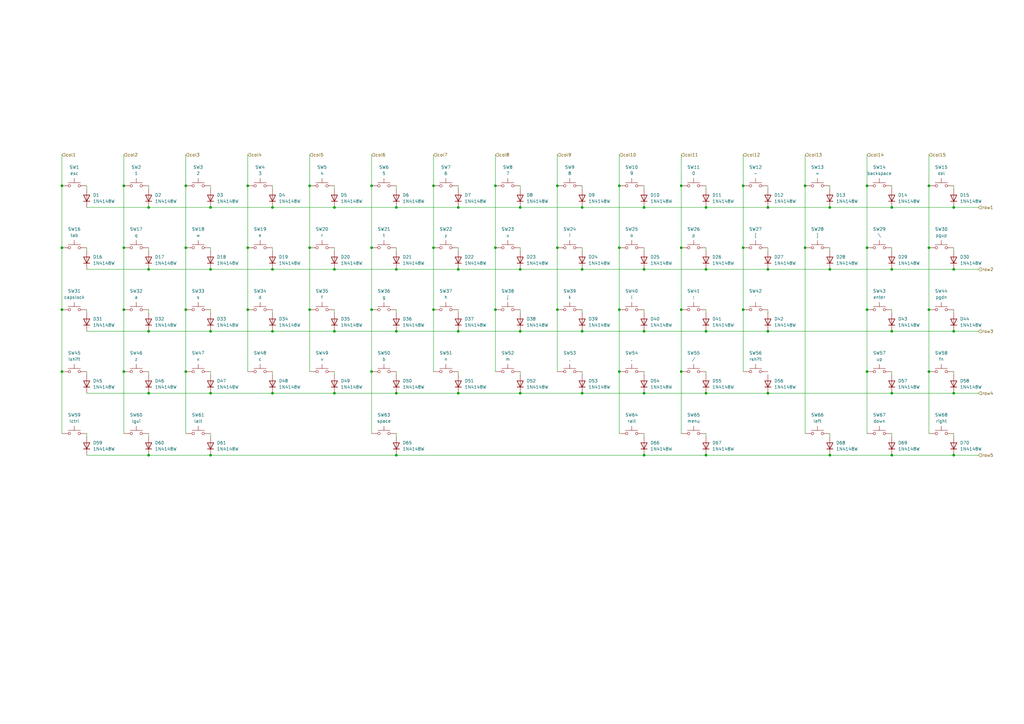
<source format=kicad_sch>
(kicad_sch (version 20231120) (generator "eeschema") (generator_version "8.0")
  (paper "A3")
  (title_block (title "matrix") (date "2024-05-03") (rev "0") (company "rmk") (comment 2 "This page contains the switch matrix of rmk-ble-keyboard"))
  (junction (at 304.8 76.2))
  (junction (at 203.2 76.2))
  (junction (at 381 127))
  (junction (at 187.96 135.89))
  (junction (at 314.96 85.09))
  (junction (at 238.76 135.89))
  (junction (at 76.2 127))
  (junction (at 264.16 186.69))
  (junction (at 391.16 161.29))
  (junction (at 213.36 135.89))
  (junction (at 76.2 101.6))
  (junction (at 111.76 85.09))
  (junction (at 25.4 127))
  (junction (at 101.6 127))
  (junction (at 50.8 101.6))
  (junction (at 86.36 110.49))
  (junction (at 86.36 85.09))
  (junction (at 50.8 152.4))
  (junction (at 101.6 101.6))
  (junction (at 177.8 101.6))
  (junction (at 355.6 101.6))
  (junction (at 187.96 161.29))
  (junction (at 330.2 76.2))
  (junction (at 127 76.2))
  (junction (at 381 152.4))
  (junction (at 314.96 161.29))
  (junction (at 365.76 161.29))
  (junction (at 137.16 85.09))
  (junction (at 365.76 85.09))
  (junction (at 25.4 152.4))
  (junction (at 50.8 76.2))
  (junction (at 355.6 127))
  (junction (at 391.16 85.09))
  (junction (at 203.2 101.6))
  (junction (at 111.76 161.29))
  (junction (at 254 101.6))
  (junction (at 152.4 127))
  (junction (at 304.8 101.6))
  (junction (at 228.6 101.6))
  (junction (at 76.2 152.4))
  (junction (at 340.36 186.69))
  (junction (at 60.96 186.69))
  (junction (at 152.4 76.2))
  (junction (at 279.4 101.6))
  (junction (at 152.4 101.6))
  (junction (at 152.4 152.4))
  (junction (at 391.16 186.69))
  (junction (at 264.16 161.29))
  (junction (at 391.16 110.49))
  (junction (at 60.96 85.09))
  (junction (at 213.36 110.49))
  (junction (at 238.76 110.49))
  (junction (at 137.16 110.49))
  (junction (at 264.16 110.49))
  (junction (at 187.96 110.49))
  (junction (at 264.16 85.09))
  (junction (at 86.36 186.69))
  (junction (at 162.56 85.09))
  (junction (at 340.36 110.49))
  (junction (at 391.16 135.89))
  (junction (at 264.16 135.89))
  (junction (at 162.56 186.69))
  (junction (at 238.76 161.29))
  (junction (at 228.6 76.2))
  (junction (at 289.56 85.09))
  (junction (at 101.6 76.2))
  (junction (at 381 76.2))
  (junction (at 314.96 110.49))
  (junction (at 60.96 161.29))
  (junction (at 238.76 85.09))
  (junction (at 25.4 76.2))
  (junction (at 314.96 135.89))
  (junction (at 25.4 101.6))
  (junction (at 76.2 76.2))
  (junction (at 127 127))
  (junction (at 330.2 101.6))
  (junction (at 365.76 110.49))
  (junction (at 137.16 161.29))
  (junction (at 162.56 110.49))
  (junction (at 162.56 135.89))
  (junction (at 254 76.2))
  (junction (at 289.56 135.89))
  (junction (at 111.76 135.89))
  (junction (at 340.36 85.09))
  (junction (at 289.56 186.69))
  (junction (at 177.8 76.2))
  (junction (at 50.8 127))
  (junction (at 213.36 85.09))
  (junction (at 228.6 127))
  (junction (at 289.56 110.49))
  (junction (at 203.2 127))
  (junction (at 279.4 152.4))
  (junction (at 254 127))
  (junction (at 137.16 135.89))
  (junction (at 289.56 161.29))
  (junction (at 365.76 186.69))
  (junction (at 381 101.6))
  (junction (at 279.4 76.2))
  (junction (at 355.6 76.2))
  (junction (at 365.76 135.89))
  (junction (at 60.96 110.49))
  (junction (at 111.76 110.49))
  (junction (at 304.8 127))
  (junction (at 279.4 127))
  (junction (at 187.96 85.09))
  (junction (at 86.36 135.89))
  (junction (at 355.6 152.4))
  (junction (at 60.96 135.89))
  (junction (at 127 101.6))
  (junction (at 86.36 161.29))
  (junction (at 254 152.4))
  (junction (at 213.36 161.29))
  (junction (at 162.56 161.29))
  (junction (at 177.8 127))
  (wire (pts (xy 381 152.4) (xy 381 177.8)))
  (wire (pts (xy 50.8 101.6) (xy 50.8 127)))
  (wire (pts (xy 355.6 152.4) (xy 355.6 177.8)))
  (wire (pts (xy 101.6 127) (xy 101.6 152.4)))
  (wire (pts (xy 162.56 102.87) (xy 162.56 101.6)))
  (wire (pts (xy 279.4 63.5) (xy 279.4 76.2)))
  (wire (pts (xy 35.56 85.09) (xy 60.96 85.09)))
  (wire (pts (xy 25.4 76.2) (xy 25.4 101.6)))
  (wire (pts (xy 35.56 179.07) (xy 35.56 177.8)))
  (wire (pts (xy 213.36 110.49) (xy 238.76 110.49)))
  (wire (pts (xy 381 63.5) (xy 381 76.2)))
  (wire (pts (xy 86.36 77.47) (xy 86.36 76.2)))
  (wire (pts (xy 86.36 110.49) (xy 111.76 110.49)))
  (wire (pts (xy 152.4 127) (xy 152.4 152.4)))
  (wire (pts (xy 187.96 110.49) (xy 213.36 110.49)))
  (wire (pts (xy 238.76 102.87) (xy 238.76 101.6)))
  (wire (pts (xy 35.56 128.27) (xy 35.56 127)))
  (wire (pts (xy 264.16 110.49) (xy 289.56 110.49)))
  (wire (pts (xy 76.2 76.2) (xy 76.2 101.6)))
  (wire (pts (xy 391.16 110.49) (xy 401.32 110.49)))
  (wire (pts (xy 25.4 127) (xy 25.4 152.4)))
  (wire (pts (xy 213.36 135.89) (xy 238.76 135.89)))
  (wire (pts (xy 391.16 77.47) (xy 391.16 76.2)))
  (wire (pts (xy 76.2 127) (xy 76.2 152.4)))
  (wire (pts (xy 25.4 63.5) (xy 25.4 76.2)))
  (wire (pts (xy 365.76 161.29) (xy 391.16 161.29)))
  (wire (pts (xy 289.56 179.07) (xy 289.56 177.8)))
  (wire (pts (xy 355.6 101.6) (xy 355.6 127)))
  (wire (pts (xy 60.96 110.49) (xy 86.36 110.49)))
  (wire (pts (xy 314.96 161.29) (xy 365.76 161.29)))
  (wire (pts (xy 279.4 101.6) (xy 279.4 127)))
  (wire (pts (xy 238.76 110.49) (xy 264.16 110.49)))
  (wire (pts (xy 35.56 110.49) (xy 60.96 110.49)))
  (wire (pts (xy 304.8 76.2) (xy 304.8 101.6)))
  (wire (pts (xy 289.56 186.69) (xy 340.36 186.69)))
  (wire (pts (xy 137.16 135.89) (xy 162.56 135.89)))
  (wire (pts (xy 238.76 135.89) (xy 264.16 135.89)))
  (wire (pts (xy 365.76 179.07) (xy 365.76 177.8)))
  (wire (pts (xy 365.76 110.49) (xy 391.16 110.49)))
  (wire (pts (xy 162.56 179.07) (xy 162.56 177.8)))
  (wire (pts (xy 162.56 77.47) (xy 162.56 76.2)))
  (wire (pts (xy 213.36 153.67) (xy 213.36 152.4)))
  (wire (pts (xy 187.96 102.87) (xy 187.96 101.6)))
  (wire (pts (xy 86.36 85.09) (xy 111.76 85.09)))
  (wire (pts (xy 355.6 63.5) (xy 355.6 76.2)))
  (wire (pts (xy 264.16 153.67) (xy 264.16 152.4)))
  (wire (pts (xy 127 76.2) (xy 127 101.6)))
  (wire (pts (xy 162.56 110.49) (xy 187.96 110.49)))
  (wire (pts (xy 304.8 127) (xy 304.8 152.4)))
  (wire (pts (xy 365.76 153.67) (xy 365.76 152.4)))
  (wire (pts (xy 365.76 135.89) (xy 391.16 135.89)))
  (wire (pts (xy 391.16 102.87) (xy 391.16 101.6)))
  (wire (pts (xy 60.96 161.29) (xy 86.36 161.29)))
  (wire (pts (xy 152.4 101.6) (xy 152.4 127)))
  (wire (pts (xy 177.8 76.2) (xy 177.8 101.6)))
  (wire (pts (xy 35.56 77.47) (xy 35.56 76.2)))
  (wire (pts (xy 264.16 186.69) (xy 289.56 186.69)))
  (wire (pts (xy 254 127) (xy 254 152.4)))
  (wire (pts (xy 330.2 101.6) (xy 330.2 177.8)))
  (wire (pts (xy 330.2 63.5) (xy 330.2 76.2)))
  (wire (pts (xy 137.16 153.67) (xy 137.16 152.4)))
  (wire (pts (xy 264.16 161.29) (xy 289.56 161.29)))
  (wire (pts (xy 111.76 135.89) (xy 137.16 135.89)))
  (wire (pts (xy 111.76 153.67) (xy 111.76 152.4)))
  (wire (pts (xy 228.6 101.6) (xy 228.6 127)))
  (wire (pts (xy 50.8 76.2) (xy 50.8 101.6)))
  (wire (pts (xy 289.56 110.49) (xy 314.96 110.49)))
  (wire (pts (xy 137.16 77.47) (xy 137.16 76.2)))
  (wire (pts (xy 162.56 135.89) (xy 187.96 135.89)))
  (wire (pts (xy 177.8 101.6) (xy 177.8 127)))
  (wire (pts (xy 254 63.5) (xy 254 76.2)))
  (wire (pts (xy 314.96 77.47) (xy 314.96 76.2)))
  (wire (pts (xy 60.96 85.09) (xy 86.36 85.09)))
  (wire (pts (xy 264.16 102.87) (xy 264.16 101.6)))
  (wire (pts (xy 137.16 85.09) (xy 162.56 85.09)))
  (wire (pts (xy 279.4 76.2) (xy 279.4 101.6)))
  (wire (pts (xy 127 127) (xy 127 152.4)))
  (wire (pts (xy 177.8 63.5) (xy 177.8 76.2)))
  (wire (pts (xy 304.8 101.6) (xy 304.8 127)))
  (wire (pts (xy 203.2 63.5) (xy 203.2 76.2)))
  (wire (pts (xy 86.36 135.89) (xy 111.76 135.89)))
  (wire (pts (xy 50.8 127) (xy 50.8 152.4)))
  (wire (pts (xy 111.76 161.29) (xy 137.16 161.29)))
  (wire (pts (xy 137.16 128.27) (xy 137.16 127)))
  (wire (pts (xy 391.16 135.89) (xy 401.32 135.89)))
  (wire (pts (xy 340.36 77.47) (xy 340.36 76.2)))
  (wire (pts (xy 355.6 127) (xy 355.6 152.4)))
  (wire (pts (xy 35.56 186.69) (xy 60.96 186.69)))
  (wire (pts (xy 86.36 128.27) (xy 86.36 127)))
  (wire (pts (xy 162.56 186.69) (xy 264.16 186.69)))
  (wire (pts (xy 86.36 153.67) (xy 86.36 152.4)))
  (wire (pts (xy 50.8 63.5) (xy 50.8 76.2)))
  (wire (pts (xy 101.6 76.2) (xy 101.6 101.6)))
  (wire (pts (xy 25.4 101.6) (xy 25.4 127)))
  (wire (pts (xy 289.56 77.47) (xy 289.56 76.2)))
  (wire (pts (xy 238.76 161.29) (xy 264.16 161.29)))
  (wire (pts (xy 60.96 179.07) (xy 60.96 177.8)))
  (wire (pts (xy 340.36 85.09) (xy 365.76 85.09)))
  (wire (pts (xy 60.96 186.69) (xy 86.36 186.69)))
  (wire (pts (xy 355.6 76.2) (xy 355.6 101.6)))
  (wire (pts (xy 162.56 85.09) (xy 187.96 85.09)))
  (wire (pts (xy 60.96 135.89) (xy 86.36 135.89)))
  (wire (pts (xy 50.8 152.4) (xy 50.8 177.8)))
  (wire (pts (xy 314.96 102.87) (xy 314.96 101.6)))
  (wire (pts (xy 289.56 161.29) (xy 314.96 161.29)))
  (wire (pts (xy 314.96 135.89) (xy 365.76 135.89)))
  (wire (pts (xy 314.96 110.49) (xy 340.36 110.49)))
  (wire (pts (xy 213.36 102.87) (xy 213.36 101.6)))
  (wire (pts (xy 86.36 186.69) (xy 162.56 186.69)))
  (wire (pts (xy 111.76 85.09) (xy 137.16 85.09)))
  (wire (pts (xy 391.16 153.67) (xy 391.16 152.4)))
  (wire (pts (xy 213.36 77.47) (xy 213.36 76.2)))
  (wire (pts (xy 228.6 63.5) (xy 228.6 76.2)))
  (wire (pts (xy 101.6 63.5) (xy 101.6 76.2)))
  (wire (pts (xy 365.76 102.87) (xy 365.76 101.6)))
  (wire (pts (xy 254 76.2) (xy 254 101.6)))
  (wire (pts (xy 314.96 85.09) (xy 340.36 85.09)))
  (wire (pts (xy 381 76.2) (xy 381 101.6)))
  (wire (pts (xy 238.76 85.09) (xy 264.16 85.09)))
  (wire (pts (xy 187.96 135.89) (xy 213.36 135.89)))
  (wire (pts (xy 279.4 152.4) (xy 279.4 177.8)))
  (wire (pts (xy 127 63.5) (xy 127 76.2)))
  (wire (pts (xy 289.56 128.27) (xy 289.56 127)))
  (wire (pts (xy 254 101.6) (xy 254 127)))
  (wire (pts (xy 264.16 128.27) (xy 264.16 127)))
  (wire (pts (xy 203.2 76.2) (xy 203.2 101.6)))
  (wire (pts (xy 289.56 135.89) (xy 314.96 135.89)))
  (wire (pts (xy 279.4 127) (xy 279.4 152.4)))
  (wire (pts (xy 391.16 179.07) (xy 391.16 177.8)))
  (wire (pts (xy 86.36 161.29) (xy 111.76 161.29)))
  (wire (pts (xy 187.96 77.47) (xy 187.96 76.2)))
  (wire (pts (xy 228.6 127) (xy 228.6 152.4)))
  (wire (pts (xy 35.56 102.87) (xy 35.56 101.6)))
  (wire (pts (xy 213.36 128.27) (xy 213.36 127)))
  (wire (pts (xy 137.16 110.49) (xy 162.56 110.49)))
  (wire (pts (xy 391.16 161.29) (xy 401.32 161.29)))
  (wire (pts (xy 35.56 153.67) (xy 35.56 152.4)))
  (wire (pts (xy 187.96 85.09) (xy 213.36 85.09)))
  (wire (pts (xy 60.96 77.47) (xy 60.96 76.2)))
  (wire (pts (xy 137.16 161.29) (xy 162.56 161.29)))
  (wire (pts (xy 289.56 153.67) (xy 289.56 152.4)))
  (wire (pts (xy 304.8 63.5) (xy 304.8 76.2)))
  (wire (pts (xy 365.76 128.27) (xy 365.76 127)))
  (wire (pts (xy 213.36 85.09) (xy 238.76 85.09)))
  (wire (pts (xy 25.4 152.4) (xy 25.4 177.8)))
  (wire (pts (xy 381 127) (xy 381 152.4)))
  (wire (pts (xy 264.16 77.47) (xy 264.16 76.2)))
  (wire (pts (xy 289.56 102.87) (xy 289.56 101.6)))
  (wire (pts (xy 137.16 102.87) (xy 137.16 101.6)))
  (wire (pts (xy 101.6 101.6) (xy 101.6 127)))
  (wire (pts (xy 238.76 153.67) (xy 238.76 152.4)))
  (wire (pts (xy 152.4 152.4) (xy 152.4 177.8)))
  (wire (pts (xy 111.76 110.49) (xy 137.16 110.49)))
  (wire (pts (xy 152.4 63.5) (xy 152.4 76.2)))
  (wire (pts (xy 381 101.6) (xy 381 127)))
  (wire (pts (xy 365.76 77.47) (xy 365.76 76.2)))
  (wire (pts (xy 111.76 77.47) (xy 111.76 76.2)))
  (wire (pts (xy 76.2 152.4) (xy 76.2 177.8)))
  (wire (pts (xy 238.76 128.27) (xy 238.76 127)))
  (wire (pts (xy 60.96 153.67) (xy 60.96 152.4)))
  (wire (pts (xy 340.36 110.49) (xy 365.76 110.49)))
  (wire (pts (xy 264.16 179.07) (xy 264.16 177.8)))
  (wire (pts (xy 35.56 161.29) (xy 60.96 161.29)))
  (wire (pts (xy 35.56 135.89) (xy 60.96 135.89)))
  (wire (pts (xy 203.2 127) (xy 203.2 152.4)))
  (wire (pts (xy 177.8 127) (xy 177.8 152.4)))
  (wire (pts (xy 289.56 85.09) (xy 314.96 85.09)))
  (wire (pts (xy 152.4 76.2) (xy 152.4 101.6)))
  (wire (pts (xy 127 101.6) (xy 127 127)))
  (wire (pts (xy 187.96 153.67) (xy 187.96 152.4)))
  (wire (pts (xy 162.56 128.27) (xy 162.56 127)))
  (wire (pts (xy 340.36 102.87) (xy 340.36 101.6)))
  (wire (pts (xy 391.16 128.27) (xy 391.16 127)))
  (wire (pts (xy 162.56 153.67) (xy 162.56 152.4)))
  (wire (pts (xy 264.16 135.89) (xy 289.56 135.89)))
  (wire (pts (xy 228.6 76.2) (xy 228.6 101.6)))
  (wire (pts (xy 187.96 161.29) (xy 213.36 161.29)))
  (wire (pts (xy 264.16 85.09) (xy 289.56 85.09)))
  (wire (pts (xy 111.76 102.87) (xy 111.76 101.6)))
  (wire (pts (xy 111.76 128.27) (xy 111.76 127)))
  (wire (pts (xy 340.36 186.69) (xy 365.76 186.69)))
  (wire (pts (xy 76.2 63.5) (xy 76.2 76.2)))
  (wire (pts (xy 391.16 85.09) (xy 401.32 85.09)))
  (wire (pts (xy 330.2 76.2) (xy 330.2 101.6)))
  (wire (pts (xy 86.36 179.07) (xy 86.36 177.8)))
  (wire (pts (xy 162.56 161.29) (xy 187.96 161.29)))
  (wire (pts (xy 60.96 102.87) (xy 60.96 101.6)))
  (wire (pts (xy 365.76 186.69) (xy 391.16 186.69)))
  (wire (pts (xy 187.96 128.27) (xy 187.96 127)))
  (wire (pts (xy 86.36 102.87) (xy 86.36 101.6)))
  (wire (pts (xy 314.96 128.27) (xy 314.96 127)))
  (wire (pts (xy 60.96 128.27) (xy 60.96 127)))
  (wire (pts (xy 340.36 179.07) (xy 340.36 177.8)))
  (wire (pts (xy 213.36 161.29) (xy 238.76 161.29)))
  (wire (pts (xy 365.76 85.09) (xy 391.16 85.09)))
  (wire (pts (xy 203.2 101.6) (xy 203.2 127)))
  (wire (pts (xy 254 152.4) (xy 254 177.8)))
  (wire (pts (xy 391.16 186.69) (xy 401.32 186.69)))
  (wire (pts (xy 76.2 101.6) (xy 76.2 127)))
  (wire (pts (xy 238.76 77.47) (xy 238.76 76.2)))
  (hierarchical_label "col13" (shape input) (at 330.2 63.5 0))
  (hierarchical_label "col7" (shape input) (at 177.8 63.5 0))
  (hierarchical_label "col11" (shape input) (at 279.4 63.5 0))
  (hierarchical_label "col3" (shape input) (at 76.2 63.5 0))
  (hierarchical_label "col5" (shape input) (at 127 63.5 0))
  (hierarchical_label "col8" (shape input) (at 203.2 63.5 0))
  (hierarchical_label "col15" (shape input) (at 381 63.5 0))
  (hierarchical_label "row3" (shape input) (at 401.32 135.89 0))
  (hierarchical_label "col10" (shape input) (at 254 63.5 0))
  (hierarchical_label "col6" (shape input) (at 152.4 63.5 0))
  (hierarchical_label "row4" (shape input) (at 401.32 161.29 0))
  (hierarchical_label "col2" (shape input) (at 50.8 63.5 0))
  (hierarchical_label "col1" (shape input) (at 25.4 63.5 0))
  (hierarchical_label "col12" (shape input) (at 304.8 63.5 0))
  (hierarchical_label "col14" (shape input) (at 355.6 63.5 0))
  (hierarchical_label "row5" (shape input) (at 401.32 186.69 0))
  (hierarchical_label "row2" (shape input) (at 401.32 110.49 0))
  (hierarchical_label "col4" (shape input) (at 101.6 63.5 0))
  (hierarchical_label "row1" (shape input) (at 401.32 85.09 0))
  (hierarchical_label "col9" (shape input) (at 228.6 63.5 0))
  (symbol (lib_id "Switch:SW_Push") (at 157.48 177.8 0) (unit 1)
    (property "Reference" "SW63" (at 157.48 170.18 0))
    (property "Value" "space" (at 157.48 172.72 0))
    (property "Footprint" "PCM_Switch_Keyboard_Hotswap_Kailh:SW_Hotswap_Kailh_MX_Plated_6.25u" (effects (hide yes)))
    (property "Description" "Push button switch, generic, two pins" (effects (hide yes)))
  )
  (symbol (lib_id "Switch:SW_Push") (at 157.48 127 0) (unit 1)
    (property "Reference" "SW36" (at 157.48 119.38 0))
    (property "Value" "g" (at 157.48 121.92 0))
    (property "Footprint" "PCM_Switch_Keyboard_Hotswap_Kailh:SW_Hotswap_Kailh_MX_Plated_1.00u" (effects (hide yes)))
    (property "Description" "Push button switch, generic, two pins" (effects (hide yes)))
  )
  (symbol (lib_id "Diode:1N4148W") (at 162.56 106.68 90) (unit 1)
    (property "Reference" "D21" (at 165.1 105.4099 90) (effects (justify right)))
    (property "Value" "1N4148W" (at 165.1 107.9499 90) (effects (justify right)))
    (property "Footprint" "Diode_SMD:D_SOD-123" (effects (hide yes)))
    (property "Datasheet" "https://www.vishay.com/docs/85748/1n4148w.pdf" (effects (hide yes)))
    (property "Description" "75V 0.15A Fast Switching Diode, SOD-123" (effects (hide yes)))
    (property "Sim.Device" "D" (effects (hide yes)))
    (property "Sim.Pins" "1=K 2=A" (effects (hide yes)))
  )
  (symbol (lib_id "Switch:SW_Push") (at 259.08 76.2 0) (unit 1)
    (property "Reference" "SW10" (at 259.08 68.58 0))
    (property "Value" "9" (at 259.08 71.12 0))
    (property "Footprint" "PCM_Switch_Keyboard_Hotswap_Kailh:SW_Hotswap_Kailh_MX_Plated_1.00u" (effects (hide yes)))
    (property "Description" "Push button switch, generic, two pins" (effects (hide yes)))
  )
  (symbol (lib_id "Diode:1N4148W") (at 111.76 106.68 90) (unit 1)
    (property "Reference" "D19" (at 114.3 105.4099 90) (effects (justify right)))
    (property "Value" "1N4148W" (at 114.3 107.9499 90) (effects (justify right)))
    (property "Footprint" "Diode_SMD:D_SOD-123" (effects (hide yes)))
    (property "Datasheet" "https://www.vishay.com/docs/85748/1n4148w.pdf" (effects (hide yes)))
    (property "Description" "75V 0.15A Fast Switching Diode, SOD-123" (effects (hide yes)))
    (property "Sim.Device" "D" (effects (hide yes)))
    (property "Sim.Pins" "1=K 2=A" (effects (hide yes)))
  )
  (symbol (lib_id "Diode:1N4148W") (at 391.16 182.88 90) (unit 1)
    (property "Reference" "D70" (at 393.7 181.6099 90) (effects (justify right)))
    (property "Value" "1N4148W" (at 393.7 184.1499 90) (effects (justify right)))
    (property "Footprint" "Diode_SMD:D_SOD-123" (effects (hide yes)))
    (property "Datasheet" "https://www.vishay.com/docs/85748/1n4148w.pdf" (effects (hide yes)))
    (property "Description" "75V 0.15A Fast Switching Diode, SOD-123" (effects (hide yes)))
    (property "Sim.Device" "D" (effects (hide yes)))
    (property "Sim.Pins" "1=K 2=A" (effects (hide yes)))
  )
  (symbol (lib_id "Diode:1N4148W") (at 162.56 182.88 90) (unit 1)
    (property "Reference" "D65" (at 165.1 181.6099 90) (effects (justify right)))
    (property "Value" "1N4148W" (at 165.1 184.1499 90) (effects (justify right)))
    (property "Footprint" "Diode_SMD:D_SOD-123" (effects (hide yes)))
    (property "Datasheet" "https://www.vishay.com/docs/85748/1n4148w.pdf" (effects (hide yes)))
    (property "Description" "75V 0.15A Fast Switching Diode, SOD-123" (effects (hide yes)))
    (property "Sim.Device" "D" (effects (hide yes)))
    (property "Sim.Pins" "1=K 2=A" (effects (hide yes)))
  )
  (symbol (lib_id "Diode:1N4148W") (at 340.36 106.68 90) (unit 1)
    (property "Reference" "D28" (at 342.9 105.4099 90) (effects (justify right)))
    (property "Value" "1N4148W" (at 342.9 107.9499 90) (effects (justify right)))
    (property "Footprint" "Diode_SMD:D_SOD-123" (effects (hide yes)))
    (property "Datasheet" "https://www.vishay.com/docs/85748/1n4148w.pdf" (effects (hide yes)))
    (property "Description" "75V 0.15A Fast Switching Diode, SOD-123" (effects (hide yes)))
    (property "Sim.Device" "D" (effects (hide yes)))
    (property "Sim.Pins" "1=K 2=A" (effects (hide yes)))
  )
  (symbol (lib_id "Diode:1N4148W") (at 35.56 157.48 90) (unit 1)
    (property "Reference" "D45" (at 38.1 156.2099 90) (effects (justify right)))
    (property "Value" "1N4148W" (at 38.1 158.7499 90) (effects (justify right)))
    (property "Footprint" "Diode_SMD:D_SOD-123" (effects (hide yes)))
    (property "Datasheet" "https://www.vishay.com/docs/85748/1n4148w.pdf" (effects (hide yes)))
    (property "Description" "75V 0.15A Fast Switching Diode, SOD-123" (effects (hide yes)))
    (property "Sim.Device" "D" (effects (hide yes)))
    (property "Sim.Pins" "1=K 2=A" (effects (hide yes)))
  )
  (symbol (lib_id "Diode:1N4148W") (at 264.16 106.68 90) (unit 1)
    (property "Reference" "D25" (at 266.7 105.4099 90) (effects (justify right)))
    (property "Value" "1N4148W" (at 266.7 107.9499 90) (effects (justify right)))
    (property "Footprint" "Diode_SMD:D_SOD-123" (effects (hide yes)))
    (property "Datasheet" "https://www.vishay.com/docs/85748/1n4148w.pdf" (effects (hide yes)))
    (property "Description" "75V 0.15A Fast Switching Diode, SOD-123" (effects (hide yes)))
    (property "Sim.Device" "D" (effects (hide yes)))
    (property "Sim.Pins" "1=K 2=A" (effects (hide yes)))
  )
  (symbol (lib_id "Diode:1N4148W") (at 365.76 81.28 90) (unit 1)
    (property "Reference" "D14" (at 368.3 80.0099 90) (effects (justify right)))
    (property "Value" "1N4148W" (at 368.3 82.5499 90) (effects (justify right)))
    (property "Footprint" "Diode_SMD:D_SOD-123" (effects (hide yes)))
    (property "Datasheet" "https://www.vishay.com/docs/85748/1n4148w.pdf" (effects (hide yes)))
    (property "Description" "75V 0.15A Fast Switching Diode, SOD-123" (effects (hide yes)))
    (property "Sim.Device" "D" (effects (hide yes)))
    (property "Sim.Pins" "1=K 2=A" (effects (hide yes)))
  )
  (symbol (lib_id "Switch:SW_Push") (at 182.88 101.6 0) (unit 1)
    (property "Reference" "SW22" (at 182.88 93.98 0))
    (property "Value" "y" (at 182.88 96.52 0))
    (property "Footprint" "PCM_Switch_Keyboard_Hotswap_Kailh:SW_Hotswap_Kailh_MX_Plated_1.00u" (effects (hide yes)))
    (property "Description" "Push button switch, generic, two pins" (effects (hide yes)))
  )
  (symbol (lib_id "Switch:SW_Push") (at 30.48 127 0) (unit 1)
    (property "Reference" "SW31" (at 30.48 119.38 0))
    (property "Value" "capslock" (at 30.48 121.92 0))
    (property "Footprint" "PCM_Switch_Keyboard_Hotswap_Kailh:SW_Hotswap_Kailh_MX_Plated_1.75u" (effects (hide yes)))
    (property "Description" "Push button switch, generic, two pins" (effects (hide yes)))
  )
  (symbol (lib_id "Diode:1N4148W") (at 340.36 81.28 90) (unit 1)
    (property "Reference" "D13" (at 342.9 80.0099 90) (effects (justify right)))
    (property "Value" "1N4148W" (at 342.9 82.5499 90) (effects (justify right)))
    (property "Footprint" "Diode_SMD:D_SOD-123" (effects (hide yes)))
    (property "Datasheet" "https://www.vishay.com/docs/85748/1n4148w.pdf" (effects (hide yes)))
    (property "Description" "75V 0.15A Fast Switching Diode, SOD-123" (effects (hide yes)))
    (property "Sim.Device" "D" (effects (hide yes)))
    (property "Sim.Pins" "1=K 2=A" (effects (hide yes)))
  )
  (symbol (lib_id "Switch:SW_Push") (at 81.28 127 0) (unit 1)
    (property "Reference" "SW33" (at 81.28 119.38 0))
    (property "Value" "s" (at 81.28 121.92 0))
    (property "Footprint" "PCM_Switch_Keyboard_Hotswap_Kailh:SW_Hotswap_Kailh_MX_Plated_1.00u" (effects (hide yes)))
    (property "Description" "Push button switch, generic, two pins" (effects (hide yes)))
  )
  (symbol (lib_id "Diode:1N4148W") (at 86.36 81.28 90) (unit 1)
    (property "Reference" "D3" (at 88.9 80.0099 90) (effects (justify right)))
    (property "Value" "1N4148W" (at 88.9 82.5499 90) (effects (justify right)))
    (property "Footprint" "Diode_SMD:D_SOD-123" (effects (hide yes)))
    (property "Datasheet" "https://www.vishay.com/docs/85748/1n4148w.pdf" (effects (hide yes)))
    (property "Description" "75V 0.15A Fast Switching Diode, SOD-123" (effects (hide yes)))
    (property "Sim.Device" "D" (effects (hide yes)))
    (property "Sim.Pins" "1=K 2=A" (effects (hide yes)))
  )
  (symbol (lib_id "Diode:1N4148W") (at 264.16 182.88 90) (unit 1)
    (property "Reference" "D66" (at 266.7 181.6099 90) (effects (justify right)))
    (property "Value" "1N4148W" (at 266.7 184.1499 90) (effects (justify right)))
    (property "Footprint" "Diode_SMD:D_SOD-123" (effects (hide yes)))
    (property "Datasheet" "https://www.vishay.com/docs/85748/1n4148w.pdf" (effects (hide yes)))
    (property "Description" "75V 0.15A Fast Switching Diode, SOD-123" (effects (hide yes)))
    (property "Sim.Device" "D" (effects (hide yes)))
    (property "Sim.Pins" "1=K 2=A" (effects (hide yes)))
  )
  (symbol (lib_id "Diode:1N4148W") (at 60.96 132.08 90) (unit 1)
    (property "Reference" "D32" (at 63.5 130.8099 90) (effects (justify right)))
    (property "Value" "1N4148W" (at 63.5 133.3499 90) (effects (justify right)))
    (property "Footprint" "Diode_SMD:D_SOD-123" (effects (hide yes)))
    (property "Datasheet" "https://www.vishay.com/docs/85748/1n4148w.pdf" (effects (hide yes)))
    (property "Description" "75V 0.15A Fast Switching Diode, SOD-123" (effects (hide yes)))
    (property "Sim.Device" "D" (effects (hide yes)))
    (property "Sim.Pins" "1=K 2=A" (effects (hide yes)))
  )
  (symbol (lib_id "Diode:1N4148W") (at 238.76 157.48 90) (unit 1)
    (property "Reference" "D53" (at 241.3 156.2099 90) (effects (justify right)))
    (property "Value" "1N4148W" (at 241.3 158.7499 90) (effects (justify right)))
    (property "Footprint" "Diode_SMD:D_SOD-123" (effects (hide yes)))
    (property "Datasheet" "https://www.vishay.com/docs/85748/1n4148w.pdf" (effects (hide yes)))
    (property "Description" "75V 0.15A Fast Switching Diode, SOD-123" (effects (hide yes)))
    (property "Sim.Device" "D" (effects (hide yes)))
    (property "Sim.Pins" "1=K 2=A" (effects (hide yes)))
  )
  (symbol (lib_id "Diode:1N4148W") (at 35.56 132.08 90) (unit 1)
    (property "Reference" "D31" (at 38.1 130.8099 90) (effects (justify right)))
    (property "Value" "1N4148W" (at 38.1 133.3499 90) (effects (justify right)))
    (property "Footprint" "Diode_SMD:D_SOD-123" (effects (hide yes)))
    (property "Datasheet" "https://www.vishay.com/docs/85748/1n4148w.pdf" (effects (hide yes)))
    (property "Description" "75V 0.15A Fast Switching Diode, SOD-123" (effects (hide yes)))
    (property "Sim.Device" "D" (effects (hide yes)))
    (property "Sim.Pins" "1=K 2=A" (effects (hide yes)))
  )
  (symbol (lib_id "Diode:1N4148W") (at 238.76 132.08 90) (unit 1)
    (property "Reference" "D39" (at 241.3 130.8099 90) (effects (justify right)))
    (property "Value" "1N4148W" (at 241.3 133.3499 90) (effects (justify right)))
    (property "Footprint" "Diode_SMD:D_SOD-123" (effects (hide yes)))
    (property "Datasheet" "https://www.vishay.com/docs/85748/1n4148w.pdf" (effects (hide yes)))
    (property "Description" "75V 0.15A Fast Switching Diode, SOD-123" (effects (hide yes)))
    (property "Sim.Device" "D" (effects (hide yes)))
    (property "Sim.Pins" "1=K 2=A" (effects (hide yes)))
  )
  (symbol (lib_id "Switch:SW_Push") (at 386.08 152.4 0) (unit 1)
    (property "Reference" "SW58" (at 386.08 144.78 0))
    (property "Value" "fn" (at 386.08 147.32 0))
    (property "Footprint" "PCM_Switch_Keyboard_Hotswap_Kailh:SW_Hotswap_Kailh_MX_Plated_2.75u" (effects (hide yes)))
    (property "Description" "Push button switch, generic, two pins" (effects (hide yes)))
  )
  (symbol (lib_id "Switch:SW_Push") (at 233.68 127 0) (unit 1)
    (property "Reference" "SW39" (at 233.68 119.38 0))
    (property "Value" "k" (at 233.68 121.92 0))
    (property "Footprint" "PCM_Switch_Keyboard_Hotswap_Kailh:SW_Hotswap_Kailh_MX_Plated_1.00u" (effects (hide yes)))
    (property "Description" "Push button switch, generic, two pins" (effects (hide yes)))
  )
  (symbol (lib_id "Diode:1N4148W") (at 391.16 157.48 90) (unit 1)
    (property "Reference" "D58" (at 393.7 156.2099 90) (effects (justify right)))
    (property "Value" "1N4148W" (at 393.7 158.7499 90) (effects (justify right)))
    (property "Footprint" "Diode_SMD:D_SOD-123" (effects (hide yes)))
    (property "Datasheet" "https://www.vishay.com/docs/85748/1n4148w.pdf" (effects (hide yes)))
    (property "Description" "75V 0.15A Fast Switching Diode, SOD-123" (effects (hide yes)))
    (property "Sim.Device" "D" (effects (hide yes)))
    (property "Sim.Pins" "1=K 2=A" (effects (hide yes)))
  )
  (symbol (lib_id "Switch:SW_Push") (at 259.08 127 0) (unit 1)
    (property "Reference" "SW40" (at 259.08 119.38 0))
    (property "Value" "l" (at 259.08 121.92 0))
    (property "Footprint" "PCM_Switch_Keyboard_Hotswap_Kailh:SW_Hotswap_Kailh_MX_Plated_1.00u" (effects (hide yes)))
    (property "Description" "Push button switch, generic, two pins" (effects (hide yes)))
  )
  (symbol (lib_id "Switch:SW_Push") (at 30.48 101.6 0) (unit 1)
    (property "Reference" "SW16" (at 30.48 93.98 0))
    (property "Value" "tab" (at 30.48 96.52 0))
    (property "Footprint" "PCM_Switch_Keyboard_Hotswap_Kailh:SW_Hotswap_Kailh_MX_Plated_1.50u" (effects (hide yes)))
    (property "Description" "Push button switch, generic, two pins" (effects (hide yes)))
  )
  (symbol (lib_id "Switch:SW_Push") (at 132.08 152.4 0) (unit 1)
    (property "Reference" "SW49" (at 132.08 144.78 0))
    (property "Value" "v" (at 132.08 147.32 0))
    (property "Footprint" "PCM_Switch_Keyboard_Hotswap_Kailh:SW_Hotswap_Kailh_MX_Plated_1.00u" (effects (hide yes)))
    (property "Description" "Push button switch, generic, two pins" (effects (hide yes)))
  )
  (symbol (lib_id "Switch:SW_Push") (at 284.48 127 0) (unit 1)
    (property "Reference" "SW41" (at 284.48 119.38 0))
    (property "Value" ";" (at 284.48 121.92 0))
    (property "Footprint" "PCM_Switch_Keyboard_Hotswap_Kailh:SW_Hotswap_Kailh_MX_Plated_1.00u" (effects (hide yes)))
    (property "Description" "Push button switch, generic, two pins" (effects (hide yes)))
  )
  (symbol (lib_id "Diode:1N4148W") (at 111.76 81.28 90) (unit 1)
    (property "Reference" "D4" (at 114.3 80.0099 90) (effects (justify right)))
    (property "Value" "1N4148W" (at 114.3 82.5499 90) (effects (justify right)))
    (property "Footprint" "Diode_SMD:D_SOD-123" (effects (hide yes)))
    (property "Datasheet" "https://www.vishay.com/docs/85748/1n4148w.pdf" (effects (hide yes)))
    (property "Description" "75V 0.15A Fast Switching Diode, SOD-123" (effects (hide yes)))
    (property "Sim.Device" "D" (effects (hide yes)))
    (property "Sim.Pins" "1=K 2=A" (effects (hide yes)))
  )
  (symbol (lib_id "Switch:SW_Push") (at 335.28 101.6 0) (unit 1)
    (property "Reference" "SW28" (at 335.28 93.98 0))
    (property "Value" "]" (at 335.28 96.52 0))
    (property "Footprint" "PCM_Switch_Keyboard_Hotswap_Kailh:SW_Hotswap_Kailh_MX_Plated_1.00u" (effects (hide yes)))
    (property "Description" "Push button switch, generic, two pins" (effects (hide yes)))
  )
  (symbol (lib_id "Switch:SW_Push") (at 233.68 76.2 0) (unit 1)
    (property "Reference" "SW9" (at 233.68 68.58 0))
    (property "Value" "8" (at 233.68 71.12 0))
    (property "Footprint" "PCM_Switch_Keyboard_Hotswap_Kailh:SW_Hotswap_Kailh_MX_Plated_1.00u" (effects (hide yes)))
    (property "Description" "Push button switch, generic, two pins" (effects (hide yes)))
  )
  (symbol (lib_id "Diode:1N4148W") (at 60.96 81.28 90) (unit 1)
    (property "Reference" "D2" (at 63.5 80.0099 90) (effects (justify right)))
    (property "Value" "1N4148W" (at 63.5 82.5499 90) (effects (justify right)))
    (property "Footprint" "Diode_SMD:D_SOD-123" (effects (hide yes)))
    (property "Datasheet" "https://www.vishay.com/docs/85748/1n4148w.pdf" (effects (hide yes)))
    (property "Description" "75V 0.15A Fast Switching Diode, SOD-123" (effects (hide yes)))
    (property "Sim.Device" "D" (effects (hide yes)))
    (property "Sim.Pins" "1=K 2=A" (effects (hide yes)))
  )
  (symbol (lib_id "Diode:1N4148W") (at 187.96 106.68 90) (unit 1)
    (property "Reference" "D22" (at 190.5 105.4099 90) (effects (justify right)))
    (property "Value" "1N4148W" (at 190.5 107.9499 90) (effects (justify right)))
    (property "Footprint" "Diode_SMD:D_SOD-123" (effects (hide yes)))
    (property "Datasheet" "https://www.vishay.com/docs/85748/1n4148w.pdf" (effects (hide yes)))
    (property "Description" "75V 0.15A Fast Switching Diode, SOD-123" (effects (hide yes)))
    (property "Sim.Device" "D" (effects (hide yes)))
    (property "Sim.Pins" "1=K 2=A" (effects (hide yes)))
  )
  (symbol (lib_id "Switch:SW_Push") (at 81.28 76.2 0) (unit 1)
    (property "Reference" "SW3" (at 81.28 68.58 0))
    (property "Value" "2" (at 81.28 71.12 0))
    (property "Footprint" "PCM_Switch_Keyboard_Hotswap_Kailh:SW_Hotswap_Kailh_MX_Plated_1.00u" (effects (hide yes)))
    (property "Description" "Push button switch, generic, two pins" (effects (hide yes)))
  )
  (symbol (lib_id "Diode:1N4148W") (at 162.56 81.28 90) (unit 1)
    (property "Reference" "D6" (at 165.1 80.0099 90) (effects (justify right)))
    (property "Value" "1N4148W" (at 165.1 82.5499 90) (effects (justify right)))
    (property "Footprint" "Diode_SMD:D_SOD-123" (effects (hide yes)))
    (property "Datasheet" "https://www.vishay.com/docs/85748/1n4148w.pdf" (effects (hide yes)))
    (property "Description" "75V 0.15A Fast Switching Diode, SOD-123" (effects (hide yes)))
    (property "Sim.Device" "D" (effects (hide yes)))
    (property "Sim.Pins" "1=K 2=A" (effects (hide yes)))
  )
  (symbol (lib_id "Switch:SW_Push") (at 55.88 76.2 0) (unit 1)
    (property "Reference" "SW2" (at 55.88 68.58 0))
    (property "Value" "1" (at 55.88 71.12 0))
    (property "Footprint" "PCM_Switch_Keyboard_Hotswap_Kailh:SW_Hotswap_Kailh_MX_Plated_1.00u" (effects (hide yes)))
    (property "Description" "Push button switch, generic, two pins" (effects (hide yes)))
  )
  (symbol (lib_id "Switch:SW_Push") (at 81.28 177.8 0) (unit 1)
    (property "Reference" "SW61" (at 81.28 170.18 0))
    (property "Value" "lalt" (at 81.28 172.72 0))
    (property "Footprint" "PCM_Switch_Keyboard_Hotswap_Kailh:SW_Hotswap_Kailh_MX_Plated_1.25u" (effects (hide yes)))
    (property "Description" "Push button switch, generic, two pins" (effects (hide yes)))
  )
  (symbol (lib_id "Switch:SW_Push") (at 259.08 101.6 0) (unit 1)
    (property "Reference" "SW25" (at 259.08 93.98 0))
    (property "Value" "o" (at 259.08 96.52 0))
    (property "Footprint" "PCM_Switch_Keyboard_Hotswap_Kailh:SW_Hotswap_Kailh_MX_Plated_1.00u" (effects (hide yes)))
    (property "Description" "Push button switch, generic, two pins" (effects (hide yes)))
  )
  (symbol (lib_id "Diode:1N4148W") (at 137.16 132.08 90) (unit 1)
    (property "Reference" "D35" (at 139.7 130.8099 90) (effects (justify right)))
    (property "Value" "1N4148W" (at 139.7 133.3499 90) (effects (justify right)))
    (property "Footprint" "Diode_SMD:D_SOD-123" (effects (hide yes)))
    (property "Datasheet" "https://www.vishay.com/docs/85748/1n4148w.pdf" (effects (hide yes)))
    (property "Description" "75V 0.15A Fast Switching Diode, SOD-123" (effects (hide yes)))
    (property "Sim.Device" "D" (effects (hide yes)))
    (property "Sim.Pins" "1=K 2=A" (effects (hide yes)))
  )
  (symbol (lib_id "Diode:1N4148W") (at 264.16 132.08 90) (unit 1)
    (property "Reference" "D40" (at 266.7 130.8099 90) (effects (justify right)))
    (property "Value" "1N4148W" (at 266.7 133.3499 90) (effects (justify right)))
    (property "Footprint" "Diode_SMD:D_SOD-123" (effects (hide yes)))
    (property "Datasheet" "https://www.vishay.com/docs/85748/1n4148w.pdf" (effects (hide yes)))
    (property "Description" "75V 0.15A Fast Switching Diode, SOD-123" (effects (hide yes)))
    (property "Sim.Device" "D" (effects (hide yes)))
    (property "Sim.Pins" "1=K 2=A" (effects (hide yes)))
  )
  (symbol (lib_id "Switch:SW_Push") (at 259.08 177.8 0) (unit 1)
    (property "Reference" "SW64" (at 259.08 170.18 0))
    (property "Value" "ralt" (at 259.08 172.72 0))
    (property "Footprint" "PCM_Switch_Keyboard_Hotswap_Kailh:SW_Hotswap_Kailh_MX_Plated_1.25u" (effects (hide yes)))
    (property "Description" "Push button switch, generic, two pins" (effects (hide yes)))
  )
  (symbol (lib_id "Switch:SW_Push") (at 106.68 76.2 0) (unit 1)
    (property "Reference" "SW4" (at 106.68 68.58 0))
    (property "Value" "3" (at 106.68 71.12 0))
    (property "Footprint" "PCM_Switch_Keyboard_Hotswap_Kailh:SW_Hotswap_Kailh_MX_Plated_1.00u" (effects (hide yes)))
    (property "Description" "Push button switch, generic, two pins" (effects (hide yes)))
  )
  (symbol (lib_id "Diode:1N4148W") (at 391.16 132.08 90) (unit 1)
    (property "Reference" "D44" (at 393.7 130.8099 90) (effects (justify right)))
    (property "Value" "1N4148W" (at 393.7 133.3499 90) (effects (justify right)))
    (property "Footprint" "Diode_SMD:D_SOD-123" (effects (hide yes)))
    (property "Datasheet" "https://www.vishay.com/docs/85748/1n4148w.pdf" (effects (hide yes)))
    (property "Description" "75V 0.15A Fast Switching Diode, SOD-123" (effects (hide yes)))
    (property "Sim.Device" "D" (effects (hide yes)))
    (property "Sim.Pins" "1=K 2=A" (effects (hide yes)))
  )
  (symbol (lib_id "Switch:SW_Push") (at 157.48 101.6 0) (unit 1)
    (property "Reference" "SW21" (at 157.48 93.98 0))
    (property "Value" "t" (at 157.48 96.52 0))
    (property "Footprint" "PCM_Switch_Keyboard_Hotswap_Kailh:SW_Hotswap_Kailh_MX_Plated_1.00u" (effects (hide yes)))
    (property "Description" "Push button switch, generic, two pins" (effects (hide yes)))
  )
  (symbol (lib_id "Switch:SW_Push") (at 360.68 127 0) (unit 1)
    (property "Reference" "SW43" (at 360.68 119.38 0))
    (property "Value" "enter" (at 360.68 121.92 0))
    (property "Footprint" "PCM_Switch_Keyboard_Hotswap_Kailh:SW_Hotswap_Kailh_MX_Plated_2.25u" (effects (hide yes)))
    (property "Description" "Push button switch, generic, two pins" (effects (hide yes)))
  )
  (symbol (lib_id "Switch:SW_Push") (at 30.48 76.2 0) (unit 1)
    (property "Reference" "SW1" (at 30.48 68.58 0))
    (property "Value" "esc" (at 30.48 71.12 0))
    (property "Footprint" "PCM_Switch_Keyboard_Hotswap_Kailh:SW_Hotswap_Kailh_MX_Plated_1.00u" (effects (hide yes)))
    (property "Description" "Push button switch, generic, two pins" (effects (hide yes)))
  )
  (symbol (lib_id "Switch:SW_Push") (at 284.48 177.8 0) (unit 1)
    (property "Reference" "SW65" (at 284.48 170.18 0))
    (property "Value" "menu" (at 284.48 172.72 0))
    (property "Footprint" "PCM_Switch_Keyboard_Hotswap_Kailh:SW_Hotswap_Kailh_MX_Plated_1.25u" (effects (hide yes)))
    (property "Description" "Push button switch, generic, two pins" (effects (hide yes)))
  )
  (symbol (lib_id "Switch:SW_Push") (at 309.88 127 0) (unit 1)
    (property "Reference" "SW42" (at 309.88 119.38 0))
    (property "Value" "'" (at 309.88 121.92 0))
    (property "Footprint" "PCM_Switch_Keyboard_Hotswap_Kailh:SW_Hotswap_Kailh_MX_Plated_1.00u" (effects (hide yes)))
    (property "Description" "Push button switch, generic, two pins" (effects (hide yes)))
  )
  (symbol (lib_id "Switch:SW_Push") (at 30.48 152.4 0) (unit 1)
    (property "Reference" "SW45" (at 30.48 144.78 0))
    (property "Value" "lshift" (at 30.48 147.32 0))
    (property "Footprint" "PCM_Switch_Keyboard_Hotswap_Kailh:SW_Hotswap_Kailh_MX_Plated_2.25u" (effects (hide yes)))
    (property "Description" "Push button switch, generic, two pins" (effects (hide yes)))
  )
  (symbol (lib_id "Switch:SW_Push") (at 233.68 101.6 0) (unit 1)
    (property "Reference" "SW24" (at 233.68 93.98 0))
    (property "Value" "i" (at 233.68 96.52 0))
    (property "Footprint" "PCM_Switch_Keyboard_Hotswap_Kailh:SW_Hotswap_Kailh_MX_Plated_1.00u" (effects (hide yes)))
    (property "Description" "Push button switch, generic, two pins" (effects (hide yes)))
  )
  (symbol (lib_id "Switch:SW_Push") (at 157.48 152.4 0) (unit 1)
    (property "Reference" "SW50" (at 157.48 144.78 0))
    (property "Value" "b" (at 157.48 147.32 0))
    (property "Footprint" "PCM_Switch_Keyboard_Hotswap_Kailh:SW_Hotswap_Kailh_MX_Plated_1.00u" (effects (hide yes)))
    (property "Description" "Push button switch, generic, two pins" (effects (hide yes)))
  )
  (symbol (lib_id "Diode:1N4148W") (at 60.96 157.48 90) (unit 1)
    (property "Reference" "D46" (at 63.5 156.2099 90) (effects (justify right)))
    (property "Value" "1N4148W" (at 63.5 158.7499 90) (effects (justify right)))
    (property "Footprint" "Diode_SMD:D_SOD-123" (effects (hide yes)))
    (property "Datasheet" "https://www.vishay.com/docs/85748/1n4148w.pdf" (effects (hide yes)))
    (property "Description" "75V 0.15A Fast Switching Diode, SOD-123" (effects (hide yes)))
    (property "Sim.Device" "D" (effects (hide yes)))
    (property "Sim.Pins" "1=K 2=A" (effects (hide yes)))
  )
  (symbol (lib_id "Switch:SW_Push") (at 106.68 152.4 0) (unit 1)
    (property "Reference" "SW48" (at 106.68 144.78 0))
    (property "Value" "c" (at 106.68 147.32 0))
    (property "Footprint" "PCM_Switch_Keyboard_Hotswap_Kailh:SW_Hotswap_Kailh_MX_Plated_1.00u" (effects (hide yes)))
    (property "Description" "Push button switch, generic, two pins" (effects (hide yes)))
  )
  (symbol (lib_id "Switch:SW_Push") (at 335.28 177.8 0) (unit 1)
    (property "Reference" "SW66" (at 335.28 170.18 0))
    (property "Value" "left" (at 335.28 172.72 0))
    (property "Footprint" "PCM_Switch_Keyboard_Hotswap_Kailh:SW_Hotswap_Kailh_MX_Plated_1.25u" (effects (hide yes)))
    (property "Description" "Push button switch, generic, two pins" (effects (hide yes)))
  )
  (symbol (lib_id "Switch:SW_Push") (at 182.88 127 0) (unit 1)
    (property "Reference" "SW37" (at 182.88 119.38 0))
    (property "Value" "h" (at 182.88 121.92 0))
    (property "Footprint" "PCM_Switch_Keyboard_Hotswap_Kailh:SW_Hotswap_Kailh_MX_Plated_1.00u" (effects (hide yes)))
    (property "Description" "Push button switch, generic, two pins" (effects (hide yes)))
  )
  (symbol (lib_id "Diode:1N4148W") (at 86.36 182.88 90) (unit 1)
    (property "Reference" "D61" (at 88.9 181.6099 90) (effects (justify right)))
    (property "Value" "1N4148W" (at 88.9 184.1499 90) (effects (justify right)))
    (property "Footprint" "Diode_SMD:D_SOD-123" (effects (hide yes)))
    (property "Datasheet" "https://www.vishay.com/docs/85748/1n4148w.pdf" (effects (hide yes)))
    (property "Description" "75V 0.15A Fast Switching Diode, SOD-123" (effects (hide yes)))
    (property "Sim.Device" "D" (effects (hide yes)))
    (property "Sim.Pins" "1=K 2=A" (effects (hide yes)))
  )
  (symbol (lib_id "Diode:1N4148W") (at 137.16 81.28 90) (unit 1)
    (property "Reference" "D5" (at 139.7 80.0099 90) (effects (justify right)))
    (property "Value" "1N4148W" (at 139.7 82.5499 90) (effects (justify right)))
    (property "Footprint" "Diode_SMD:D_SOD-123" (effects (hide yes)))
    (property "Datasheet" "https://www.vishay.com/docs/85748/1n4148w.pdf" (effects (hide yes)))
    (property "Description" "75V 0.15A Fast Switching Diode, SOD-123" (effects (hide yes)))
    (property "Sim.Device" "D" (effects (hide yes)))
    (property "Sim.Pins" "1=K 2=A" (effects (hide yes)))
  )
  (symbol (lib_id "Diode:1N4148W") (at 289.56 81.28 90) (unit 1)
    (property "Reference" "D11" (at 292.1 80.0099 90) (effects (justify right)))
    (property "Value" "1N4148W" (at 292.1 82.5499 90) (effects (justify right)))
    (property "Footprint" "Diode_SMD:D_SOD-123" (effects (hide yes)))
    (property "Datasheet" "https://www.vishay.com/docs/85748/1n4148w.pdf" (effects (hide yes)))
    (property "Description" "75V 0.15A Fast Switching Diode, SOD-123" (effects (hide yes)))
    (property "Sim.Device" "D" (effects (hide yes)))
    (property "Sim.Pins" "1=K 2=A" (effects (hide yes)))
  )
  (symbol (lib_id "Switch:SW_Push") (at 182.88 76.2 0) (unit 1)
    (property "Reference" "SW7" (at 182.88 68.58 0))
    (property "Value" "6" (at 182.88 71.12 0))
    (property "Footprint" "PCM_Switch_Keyboard_Hotswap_Kailh:SW_Hotswap_Kailh_MX_Plated_1.00u" (effects (hide yes)))
    (property "Description" "Push button switch, generic, two pins" (effects (hide yes)))
  )
  (symbol (lib_id "Switch:SW_Push") (at 284.48 152.4 0) (unit 1)
    (property "Reference" "SW55" (at 284.48 144.78 0))
    (property "Value" "/" (at 284.48 147.32 0))
    (property "Footprint" "PCM_Switch_Keyboard_Hotswap_Kailh:SW_Hotswap_Kailh_MX_Plated_1.00u" (effects (hide yes)))
    (property "Description" "Push button switch, generic, two pins" (effects (hide yes)))
  )
  (symbol (lib_id "Diode:1N4148W") (at 137.16 106.68 90) (unit 1)
    (property "Reference" "D20" (at 139.7 105.4099 90) (effects (justify right)))
    (property "Value" "1N4148W" (at 139.7 107.9499 90) (effects (justify right)))
    (property "Footprint" "Diode_SMD:D_SOD-123" (effects (hide yes)))
    (property "Datasheet" "https://www.vishay.com/docs/85748/1n4148w.pdf" (effects (hide yes)))
    (property "Description" "75V 0.15A Fast Switching Diode, SOD-123" (effects (hide yes)))
    (property "Sim.Device" "D" (effects (hide yes)))
    (property "Sim.Pins" "1=K 2=A" (effects (hide yes)))
  )
  (symbol (lib_id "Diode:1N4148W") (at 289.56 182.88 90) (unit 1)
    (property "Reference" "D67" (at 292.1 181.6099 90) (effects (justify right)))
    (property "Value" "1N4148W" (at 292.1 184.1499 90) (effects (justify right)))
    (property "Footprint" "Diode_SMD:D_SOD-123" (effects (hide yes)))
    (property "Datasheet" "https://www.vishay.com/docs/85748/1n4148w.pdf" (effects (hide yes)))
    (property "Description" "75V 0.15A Fast Switching Diode, SOD-123" (effects (hide yes)))
    (property "Sim.Device" "D" (effects (hide yes)))
    (property "Sim.Pins" "1=K 2=A" (effects (hide yes)))
  )
  (symbol (lib_id "Switch:SW_Push") (at 335.28 76.2 0) (unit 1)
    (property "Reference" "SW13" (at 335.28 68.58 0))
    (property "Value" "=" (at 335.28 71.12 0))
    (property "Footprint" "PCM_Switch_Keyboard_Hotswap_Kailh:SW_Hotswap_Kailh_MX_Plated_1.00u" (effects (hide yes)))
    (property "Description" "Push button switch, generic, two pins" (effects (hide yes)))
  )
  (symbol (lib_id "Switch:SW_Push") (at 360.68 152.4 0) (unit 1)
    (property "Reference" "SW57" (at 360.68 144.78 0))
    (property "Value" "up" (at 360.68 147.32 0))
    (property "Footprint" "PCM_Switch_Keyboard_Hotswap_Kailh:SW_Hotswap_Kailh_MX_Plated_2.75u" (effects (hide yes)))
    (property "Description" "Push button switch, generic, two pins" (effects (hide yes)))
  )
  (symbol (lib_id "Diode:1N4148W") (at 213.36 81.28 90) (unit 1)
    (property "Reference" "D8" (at 215.9 80.0099 90) (effects (justify right)))
    (property "Value" "1N4148W" (at 215.9 82.5499 90) (effects (justify right)))
    (property "Footprint" "Diode_SMD:D_SOD-123" (effects (hide yes)))
    (property "Datasheet" "https://www.vishay.com/docs/85748/1n4148w.pdf" (effects (hide yes)))
    (property "Description" "75V 0.15A Fast Switching Diode, SOD-123" (effects (hide yes)))
    (property "Sim.Device" "D" (effects (hide yes)))
    (property "Sim.Pins" "1=K 2=A" (effects (hide yes)))
  )
  (symbol (lib_id "Diode:1N4148W") (at 264.16 157.48 90) (unit 1)
    (property "Reference" "D54" (at 266.7 156.2099 90) (effects (justify right)))
    (property "Value" "1N4148W" (at 266.7 158.7499 90) (effects (justify right)))
    (property "Footprint" "Diode_SMD:D_SOD-123" (effects (hide yes)))
    (property "Datasheet" "https://www.vishay.com/docs/85748/1n4148w.pdf" (effects (hide yes)))
    (property "Description" "75V 0.15A Fast Switching Diode, SOD-123" (effects (hide yes)))
    (property "Sim.Device" "D" (effects (hide yes)))
    (property "Sim.Pins" "1=K 2=A" (effects (hide yes)))
  )
  (symbol (lib_id "Diode:1N4148W") (at 60.96 106.68 90) (unit 1)
    (property "Reference" "D17" (at 63.5 105.4099 90) (effects (justify right)))
    (property "Value" "1N4148W" (at 63.5 107.9499 90) (effects (justify right)))
    (property "Footprint" "Diode_SMD:D_SOD-123" (effects (hide yes)))
    (property "Datasheet" "https://www.vishay.com/docs/85748/1n4148w.pdf" (effects (hide yes)))
    (property "Description" "75V 0.15A Fast Switching Diode, SOD-123" (effects (hide yes)))
    (property "Sim.Device" "D" (effects (hide yes)))
    (property "Sim.Pins" "1=K 2=A" (effects (hide yes)))
  )
  (symbol (lib_id "Diode:1N4148W") (at 111.76 157.48 90) (unit 1)
    (property "Reference" "D48" (at 114.3 156.2099 90) (effects (justify right)))
    (property "Value" "1N4148W" (at 114.3 158.7499 90) (effects (justify right)))
    (property "Footprint" "Diode_SMD:D_SOD-123" (effects (hide yes)))
    (property "Datasheet" "https://www.vishay.com/docs/85748/1n4148w.pdf" (effects (hide yes)))
    (property "Description" "75V 0.15A Fast Switching Diode, SOD-123" (effects (hide yes)))
    (property "Sim.Device" "D" (effects (hide yes)))
    (property "Sim.Pins" "1=K 2=A" (effects (hide yes)))
  )
  (symbol (lib_id "Diode:1N4148W") (at 162.56 157.48 90) (unit 1)
    (property "Reference" "D50" (at 165.1 156.2099 90) (effects (justify right)))
    (property "Value" "1N4148W" (at 165.1 158.7499 90) (effects (justify right)))
    (property "Footprint" "Diode_SMD:D_SOD-123" (effects (hide yes)))
    (property "Datasheet" "https://www.vishay.com/docs/85748/1n4148w.pdf" (effects (hide yes)))
    (property "Description" "75V 0.15A Fast Switching Diode, SOD-123" (effects (hide yes)))
    (property "Sim.Device" "D" (effects (hide yes)))
    (property "Sim.Pins" "1=K 2=A" (effects (hide yes)))
  )
  (symbol (lib_id "Diode:1N4148W") (at 35.56 106.68 90) (unit 1)
    (property "Reference" "D16" (at 38.1 105.4099 90) (effects (justify right)))
    (property "Value" "1N4148W" (at 38.1 107.9499 90) (effects (justify right)))
    (property "Footprint" "Diode_SMD:D_SOD-123" (effects (hide yes)))
    (property "Datasheet" "https://www.vishay.com/docs/85748/1n4148w.pdf" (effects (hide yes)))
    (property "Description" "75V 0.15A Fast Switching Diode, SOD-123" (effects (hide yes)))
    (property "Sim.Device" "D" (effects (hide yes)))
    (property "Sim.Pins" "1=K 2=A" (effects (hide yes)))
  )
  (symbol (lib_id "Switch:SW_Push") (at 106.68 127 0) (unit 1)
    (property "Reference" "SW34" (at 106.68 119.38 0))
    (property "Value" "d" (at 106.68 121.92 0))
    (property "Footprint" "PCM_Switch_Keyboard_Hotswap_Kailh:SW_Hotswap_Kailh_MX_Plated_1.00u" (effects (hide yes)))
    (property "Description" "Push button switch, generic, two pins" (effects (hide yes)))
  )
  (symbol (lib_id "Diode:1N4148W") (at 314.96 106.68 90) (unit 1)
    (property "Reference" "D27" (at 317.5 105.4099 90) (effects (justify right)))
    (property "Value" "1N4148W" (at 317.5 107.9499 90) (effects (justify right)))
    (property "Footprint" "Diode_SMD:D_SOD-123" (effects (hide yes)))
    (property "Datasheet" "https://www.vishay.com/docs/85748/1n4148w.pdf" (effects (hide yes)))
    (property "Description" "75V 0.15A Fast Switching Diode, SOD-123" (effects (hide yes)))
    (property "Sim.Device" "D" (effects (hide yes)))
    (property "Sim.Pins" "1=K 2=A" (effects (hide yes)))
  )
  (symbol (lib_id "Diode:1N4148W") (at 391.16 81.28 90) (unit 1)
    (property "Reference" "D15" (at 393.7 80.0099 90) (effects (justify right)))
    (property "Value" "1N4148W" (at 393.7 82.5499 90) (effects (justify right)))
    (property "Footprint" "Diode_SMD:D_SOD-123" (effects (hide yes)))
    (property "Datasheet" "https://www.vishay.com/docs/85748/1n4148w.pdf" (effects (hide yes)))
    (property "Description" "75V 0.15A Fast Switching Diode, SOD-123" (effects (hide yes)))
    (property "Sim.Device" "D" (effects (hide yes)))
    (property "Sim.Pins" "1=K 2=A" (effects (hide yes)))
  )
  (symbol (lib_id "Diode:1N4148W") (at 60.96 182.88 90) (unit 1)
    (property "Reference" "D60" (at 63.5 181.6099 90) (effects (justify right)))
    (property "Value" "1N4148W" (at 63.5 184.1499 90) (effects (justify right)))
    (property "Footprint" "Diode_SMD:D_SOD-123" (effects (hide yes)))
    (property "Datasheet" "https://www.vishay.com/docs/85748/1n4148w.pdf" (effects (hide yes)))
    (property "Description" "75V 0.15A Fast Switching Diode, SOD-123" (effects (hide yes)))
    (property "Sim.Device" "D" (effects (hide yes)))
    (property "Sim.Pins" "1=K 2=A" (effects (hide yes)))
  )
  (symbol (lib_id "Diode:1N4148W") (at 86.36 106.68 90) (unit 1)
    (property "Reference" "D18" (at 88.9 105.4099 90) (effects (justify right)))
    (property "Value" "1N4148W" (at 88.9 107.9499 90) (effects (justify right)))
    (property "Footprint" "Diode_SMD:D_SOD-123" (effects (hide yes)))
    (property "Datasheet" "https://www.vishay.com/docs/85748/1n4148w.pdf" (effects (hide yes)))
    (property "Description" "75V 0.15A Fast Switching Diode, SOD-123" (effects (hide yes)))
    (property "Sim.Device" "D" (effects (hide yes)))
    (property "Sim.Pins" "1=K 2=A" (effects (hide yes)))
  )
  (symbol (lib_id "Switch:SW_Push") (at 386.08 76.2 0) (unit 1)
    (property "Reference" "SW15" (at 386.08 68.58 0))
    (property "Value" "del" (at 386.08 71.12 0))
    (property "Footprint" "PCM_Switch_Keyboard_Hotswap_Kailh:SW_Hotswap_Kailh_MX_Plated_2.00u" (effects (hide yes)))
    (property "Description" "Push button switch, generic, two pins" (effects (hide yes)))
  )
  (symbol (lib_id "Diode:1N4148W") (at 365.76 106.68 90) (unit 1)
    (property "Reference" "D29" (at 368.3 105.4099 90) (effects (justify right)))
    (property "Value" "1N4148W" (at 368.3 107.9499 90) (effects (justify right)))
    (property "Footprint" "Diode_SMD:D_SOD-123" (effects (hide yes)))
    (property "Datasheet" "https://www.vishay.com/docs/85748/1n4148w.pdf" (effects (hide yes)))
    (property "Description" "75V 0.15A Fast Switching Diode, SOD-123" (effects (hide yes)))
    (property "Sim.Device" "D" (effects (hide yes)))
    (property "Sim.Pins" "1=K 2=A" (effects (hide yes)))
  )
  (symbol (lib_id "Switch:SW_Push") (at 386.08 177.8 0) (unit 1)
    (property "Reference" "SW68" (at 386.08 170.18 0))
    (property "Value" "right" (at 386.08 172.72 0))
    (property "Footprint" "PCM_Switch_Keyboard_Hotswap_Kailh:SW_Hotswap_Kailh_MX_Plated_1.25u" (effects (hide yes)))
    (property "Description" "Push button switch, generic, two pins" (effects (hide yes)))
  )
  (symbol (lib_id "Switch:SW_Push") (at 106.68 101.6 0) (unit 1)
    (property "Reference" "SW19" (at 106.68 93.98 0))
    (property "Value" "e" (at 106.68 96.52 0))
    (property "Footprint" "PCM_Switch_Keyboard_Hotswap_Kailh:SW_Hotswap_Kailh_MX_Plated_1.00u" (effects (hide yes)))
    (property "Description" "Push button switch, generic, two pins" (effects (hide yes)))
  )
  (symbol (lib_id "Switch:SW_Push") (at 284.48 101.6 0) (unit 1)
    (property "Reference" "SW26" (at 284.48 93.98 0))
    (property "Value" "p" (at 284.48 96.52 0))
    (property "Footprint" "PCM_Switch_Keyboard_Hotswap_Kailh:SW_Hotswap_Kailh_MX_Plated_1.00u" (effects (hide yes)))
    (property "Description" "Push button switch, generic, two pins" (effects (hide yes)))
  )
  (symbol (lib_id "Diode:1N4148W") (at 365.76 132.08 90) (unit 1)
    (property "Reference" "D43" (at 368.3 130.8099 90) (effects (justify right)))
    (property "Value" "1N4148W" (at 368.3 133.3499 90) (effects (justify right)))
    (property "Footprint" "Diode_SMD:D_SOD-123" (effects (hide yes)))
    (property "Datasheet" "https://www.vishay.com/docs/85748/1n4148w.pdf" (effects (hide yes)))
    (property "Description" "75V 0.15A Fast Switching Diode, SOD-123" (effects (hide yes)))
    (property "Sim.Device" "D" (effects (hide yes)))
    (property "Sim.Pins" "1=K 2=A" (effects (hide yes)))
  )
  (symbol (lib_id "Diode:1N4148W") (at 35.56 182.88 90) (unit 1)
    (property "Reference" "D59" (at 38.1 181.6099 90) (effects (justify right)))
    (property "Value" "1N4148W" (at 38.1 184.1499 90) (effects (justify right)))
    (property "Footprint" "Diode_SMD:D_SOD-123" (effects (hide yes)))
    (property "Datasheet" "https://www.vishay.com/docs/85748/1n4148w.pdf" (effects (hide yes)))
    (property "Description" "75V 0.15A Fast Switching Diode, SOD-123" (effects (hide yes)))
    (property "Sim.Device" "D" (effects (hide yes)))
    (property "Sim.Pins" "1=K 2=A" (effects (hide yes)))
  )
  (symbol (lib_id "Switch:SW_Push") (at 132.08 127 0) (unit 1)
    (property "Reference" "SW35" (at 132.08 119.38 0))
    (property "Value" "f" (at 132.08 121.92 0))
    (property "Footprint" "PCM_Switch_Keyboard_Hotswap_Kailh:SW_Hotswap_Kailh_MX_Plated_1.00u" (effects (hide yes)))
    (property "Description" "Push button switch, generic, two pins" (effects (hide yes)))
  )
  (symbol (lib_id "Switch:SW_Push") (at 309.88 101.6 0) (unit 1)
    (property "Reference" "SW27" (at 309.88 93.98 0))
    (property "Value" "[" (at 309.88 96.52 0))
    (property "Footprint" "PCM_Switch_Keyboard_Hotswap_Kailh:SW_Hotswap_Kailh_MX_Plated_1.00u" (effects (hide yes)))
    (property "Description" "Push button switch, generic, two pins" (effects (hide yes)))
  )
  (symbol (lib_id "Diode:1N4148W") (at 264.16 81.28 90) (unit 1)
    (property "Reference" "D10" (at 266.7 80.0099 90) (effects (justify right)))
    (property "Value" "1N4148W" (at 266.7 82.5499 90) (effects (justify right)))
    (property "Footprint" "Diode_SMD:D_SOD-123" (effects (hide yes)))
    (property "Datasheet" "https://www.vishay.com/docs/85748/1n4148w.pdf" (effects (hide yes)))
    (property "Description" "75V 0.15A Fast Switching Diode, SOD-123" (effects (hide yes)))
    (property "Sim.Device" "D" (effects (hide yes)))
    (property "Sim.Pins" "1=K 2=A" (effects (hide yes)))
  )
  (symbol (lib_id "Switch:SW_Push") (at 157.48 76.2 0) (unit 1)
    (property "Reference" "SW6" (at 157.48 68.58 0))
    (property "Value" "5" (at 157.48 71.12 0))
    (property "Footprint" "PCM_Switch_Keyboard_Hotswap_Kailh:SW_Hotswap_Kailh_MX_Plated_1.00u" (effects (hide yes)))
    (property "Description" "Push button switch, generic, two pins" (effects (hide yes)))
  )
  (symbol (lib_id "Switch:SW_Push") (at 360.68 76.2 0) (unit 1)
    (property "Reference" "SW14" (at 360.68 68.58 0))
    (property "Value" "backspace" (at 360.68 71.12 0))
    (property "Footprint" "PCM_Switch_Keyboard_Hotswap_Kailh:SW_Hotswap_Kailh_MX_Plated_2.00u" (effects (hide yes)))
    (property "Description" "Push button switch, generic, two pins" (effects (hide yes)))
  )
  (symbol (lib_id "Switch:SW_Push") (at 208.28 127 0) (unit 1)
    (property "Reference" "SW38" (at 208.28 119.38 0))
    (property "Value" "j" (at 208.28 121.92 0))
    (property "Footprint" "PCM_Switch_Keyboard_Hotswap_Kailh:SW_Hotswap_Kailh_MX_Plated_1.00u" (effects (hide yes)))
    (property "Description" "Push button switch, generic, two pins" (effects (hide yes)))
  )
  (symbol (lib_id "Diode:1N4148W") (at 314.96 81.28 90) (unit 1)
    (property "Reference" "D12" (at 317.5 80.0099 90) (effects (justify right)))
    (property "Value" "1N4148W" (at 317.5 82.5499 90) (effects (justify right)))
    (property "Footprint" "Diode_SMD:D_SOD-123" (effects (hide yes)))
    (property "Datasheet" "https://www.vishay.com/docs/85748/1n4148w.pdf" (effects (hide yes)))
    (property "Description" "75V 0.15A Fast Switching Diode, SOD-123" (effects (hide yes)))
    (property "Sim.Device" "D" (effects (hide yes)))
    (property "Sim.Pins" "1=K 2=A" (effects (hide yes)))
  )
  (symbol (lib_id "Diode:1N4148W") (at 187.96 81.28 90) (unit 1)
    (property "Reference" "D7" (at 190.5 80.0099 90) (effects (justify right)))
    (property "Value" "1N4148W" (at 190.5 82.5499 90) (effects (justify right)))
    (property "Footprint" "Diode_SMD:D_SOD-123" (effects (hide yes)))
    (property "Datasheet" "https://www.vishay.com/docs/85748/1n4148w.pdf" (effects (hide yes)))
    (property "Description" "75V 0.15A Fast Switching Diode, SOD-123" (effects (hide yes)))
    (property "Sim.Device" "D" (effects (hide yes)))
    (property "Sim.Pins" "1=K 2=A" (effects (hide yes)))
  )
  (symbol (lib_id "Diode:1N4148W") (at 111.76 132.08 90) (unit 1)
    (property "Reference" "D34" (at 114.3 130.8099 90) (effects (justify right)))
    (property "Value" "1N4148W" (at 114.3 133.3499 90) (effects (justify right)))
    (property "Footprint" "Diode_SMD:D_SOD-123" (effects (hide yes)))
    (property "Datasheet" "https://www.vishay.com/docs/85748/1n4148w.pdf" (effects (hide yes)))
    (property "Description" "75V 0.15A Fast Switching Diode, SOD-123" (effects (hide yes)))
    (property "Sim.Device" "D" (effects (hide yes)))
    (property "Sim.Pins" "1=K 2=A" (effects (hide yes)))
  )
  (symbol (lib_id "Diode:1N4148W") (at 86.36 157.48 90) (unit 1)
    (property "Reference" "D47" (at 88.9 156.2099 90) (effects (justify right)))
    (property "Value" "1N4148W" (at 88.9 158.7499 90) (effects (justify right)))
    (property "Footprint" "Diode_SMD:D_SOD-123" (effects (hide yes)))
    (property "Datasheet" "https://www.vishay.com/docs/85748/1n4148w.pdf" (effects (hide yes)))
    (property "Description" "75V 0.15A Fast Switching Diode, SOD-123" (effects (hide yes)))
    (property "Sim.Device" "D" (effects (hide yes)))
    (property "Sim.Pins" "1=K 2=A" (effects (hide yes)))
  )
  (symbol (lib_id "Switch:SW_Push") (at 182.88 152.4 0) (unit 1)
    (property "Reference" "SW51" (at 182.88 144.78 0))
    (property "Value" "n" (at 182.88 147.32 0))
    (property "Footprint" "PCM_Switch_Keyboard_Hotswap_Kailh:SW_Hotswap_Kailh_MX_Plated_1.00u" (effects (hide yes)))
    (property "Description" "Push button switch, generic, two pins" (effects (hide yes)))
  )
  (symbol (lib_id "Switch:SW_Push") (at 284.48 76.2 0) (unit 1)
    (property "Reference" "SW11" (at 284.48 68.58 0))
    (property "Value" "0" (at 284.48 71.12 0))
    (property "Footprint" "PCM_Switch_Keyboard_Hotswap_Kailh:SW_Hotswap_Kailh_MX_Plated_1.00u" (effects (hide yes)))
    (property "Description" "Push button switch, generic, two pins" (effects (hide yes)))
  )
  (symbol (lib_id "Diode:1N4148W") (at 365.76 182.88 90) (unit 1)
    (property "Reference" "D69" (at 368.3 181.6099 90) (effects (justify right)))
    (property "Value" "1N4148W" (at 368.3 184.1499 90) (effects (justify right)))
    (property "Footprint" "Diode_SMD:D_SOD-123" (effects (hide yes)))
    (property "Datasheet" "https://www.vishay.com/docs/85748/1n4148w.pdf" (effects (hide yes)))
    (property "Description" "75V 0.15A Fast Switching Diode, SOD-123" (effects (hide yes)))
    (property "Sim.Device" "D" (effects (hide yes)))
    (property "Sim.Pins" "1=K 2=A" (effects (hide yes)))
  )
  (symbol (lib_id "Switch:SW_Push") (at 208.28 152.4 0) (unit 1)
    (property "Reference" "SW52" (at 208.28 144.78 0))
    (property "Value" "m" (at 208.28 147.32 0))
    (property "Footprint" "PCM_Switch_Keyboard_Hotswap_Kailh:SW_Hotswap_Kailh_MX_Plated_1.00u" (effects (hide yes)))
    (property "Description" "Push button switch, generic, two pins" (effects (hide yes)))
  )
  (symbol (lib_id "Switch:SW_Push") (at 55.88 152.4 0) (unit 1)
    (property "Reference" "SW46" (at 55.88 144.78 0))
    (property "Value" "z" (at 55.88 147.32 0))
    (property "Footprint" "PCM_Switch_Keyboard_Hotswap_Kailh:SW_Hotswap_Kailh_MX_Plated_1.00u" (effects (hide yes)))
    (property "Description" "Push button switch, generic, two pins" (effects (hide yes)))
  )
  (symbol (lib_id "Diode:1N4148W") (at 289.56 106.68 90) (unit 1)
    (property "Reference" "D26" (at 292.1 105.4099 90) (effects (justify right)))
    (property "Value" "1N4148W" (at 292.1 107.9499 90) (effects (justify right)))
    (property "Footprint" "Diode_SMD:D_SOD-123" (effects (hide yes)))
    (property "Datasheet" "https://www.vishay.com/docs/85748/1n4148w.pdf" (effects (hide yes)))
    (property "Description" "75V 0.15A Fast Switching Diode, SOD-123" (effects (hide yes)))
    (property "Sim.Device" "D" (effects (hide yes)))
    (property "Sim.Pins" "1=K 2=A" (effects (hide yes)))
  )
  (symbol (lib_id "Switch:SW_Push") (at 208.28 101.6 0) (unit 1)
    (property "Reference" "SW23" (at 208.28 93.98 0))
    (property "Value" "u" (at 208.28 96.52 0))
    (property "Footprint" "PCM_Switch_Keyboard_Hotswap_Kailh:SW_Hotswap_Kailh_MX_Plated_1.00u" (effects (hide yes)))
    (property "Description" "Push button switch, generic, two pins" (effects (hide yes)))
  )
  (symbol (lib_id "Diode:1N4148W") (at 213.36 157.48 90) (unit 1)
    (property "Reference" "D52" (at 215.9 156.2099 90) (effects (justify right)))
    (property "Value" "1N4148W" (at 215.9 158.7499 90) (effects (justify right)))
    (property "Footprint" "Diode_SMD:D_SOD-123" (effects (hide yes)))
    (property "Datasheet" "https://www.vishay.com/docs/85748/1n4148w.pdf" (effects (hide yes)))
    (property "Description" "75V 0.15A Fast Switching Diode, SOD-123" (effects (hide yes)))
    (property "Sim.Device" "D" (effects (hide yes)))
    (property "Sim.Pins" "1=K 2=A" (effects (hide yes)))
  )
  (symbol (lib_id "Diode:1N4148W") (at 289.56 157.48 90) (unit 1)
    (property "Reference" "D55" (at 292.1 156.2099 90) (effects (justify right)))
    (property "Value" "1N4148W" (at 292.1 158.7499 90) (effects (justify right)))
    (property "Footprint" "Diode_SMD:D_SOD-123" (effects (hide yes)))
    (property "Datasheet" "https://www.vishay.com/docs/85748/1n4148w.pdf" (effects (hide yes)))
    (property "Description" "75V 0.15A Fast Switching Diode, SOD-123" (effects (hide yes)))
    (property "Sim.Device" "D" (effects (hide yes)))
    (property "Sim.Pins" "1=K 2=A" (effects (hide yes)))
  )
  (symbol (lib_id "Diode:1N4148W") (at 289.56 132.08 90) (unit 1)
    (property "Reference" "D41" (at 292.1 130.8099 90) (effects (justify right)))
    (property "Value" "1N4148W" (at 292.1 133.3499 90) (effects (justify right)))
    (property "Footprint" "Diode_SMD:D_SOD-123" (effects (hide yes)))
    (property "Datasheet" "https://www.vishay.com/docs/85748/1n4148w.pdf" (effects (hide yes)))
    (property "Description" "75V 0.15A Fast Switching Diode, SOD-123" (effects (hide yes)))
    (property "Sim.Device" "D" (effects (hide yes)))
    (property "Sim.Pins" "1=K 2=A" (effects (hide yes)))
  )
  (symbol (lib_id "Switch:SW_Push") (at 55.88 127 0) (unit 1)
    (property "Reference" "SW32" (at 55.88 119.38 0))
    (property "Value" "a" (at 55.88 121.92 0))
    (property "Footprint" "PCM_Switch_Keyboard_Hotswap_Kailh:SW_Hotswap_Kailh_MX_Plated_1.00u" (effects (hide yes)))
    (property "Description" "Push button switch, generic, two pins" (effects (hide yes)))
  )
  (symbol (lib_id "Diode:1N4148W") (at 162.56 132.08 90) (unit 1)
    (property "Reference" "D36" (at 165.1 130.8099 90) (effects (justify right)))
    (property "Value" "1N4148W" (at 165.1 133.3499 90) (effects (justify right)))
    (property "Footprint" "Diode_SMD:D_SOD-123" (effects (hide yes)))
    (property "Datasheet" "https://www.vishay.com/docs/85748/1n4148w.pdf" (effects (hide yes)))
    (property "Description" "75V 0.15A Fast Switching Diode, SOD-123" (effects (hide yes)))
    (property "Sim.Device" "D" (effects (hide yes)))
    (property "Sim.Pins" "1=K 2=A" (effects (hide yes)))
  )
  (symbol (lib_id "Diode:1N4148W") (at 365.76 157.48 90) (unit 1)
    (property "Reference" "D57" (at 368.3 156.2099 90) (effects (justify right)))
    (property "Value" "1N4148W" (at 368.3 158.7499 90) (effects (justify right)))
    (property "Footprint" "Diode_SMD:D_SOD-123" (effects (hide yes)))
    (property "Datasheet" "https://www.vishay.com/docs/85748/1n4148w.pdf" (effects (hide yes)))
    (property "Description" "75V 0.15A Fast Switching Diode, SOD-123" (effects (hide yes)))
    (property "Sim.Device" "D" (effects (hide yes)))
    (property "Sim.Pins" "1=K 2=A" (effects (hide yes)))
  )
  (symbol (lib_id "Diode:1N4148W") (at 213.36 132.08 90) (unit 1)
    (property "Reference" "D38" (at 215.9 130.8099 90) (effects (justify right)))
    (property "Value" "1N4148W" (at 215.9 133.3499 90) (effects (justify right)))
    (property "Footprint" "Diode_SMD:D_SOD-123" (effects (hide yes)))
    (property "Datasheet" "https://www.vishay.com/docs/85748/1n4148w.pdf" (effects (hide yes)))
    (property "Description" "75V 0.15A Fast Switching Diode, SOD-123" (effects (hide yes)))
    (property "Sim.Device" "D" (effects (hide yes)))
    (property "Sim.Pins" "1=K 2=A" (effects (hide yes)))
  )
  (symbol (lib_id "Switch:SW_Push") (at 81.28 101.6 0) (unit 1)
    (property "Reference" "SW18" (at 81.28 93.98 0))
    (property "Value" "w" (at 81.28 96.52 0))
    (property "Footprint" "PCM_Switch_Keyboard_Hotswap_Kailh:SW_Hotswap_Kailh_MX_Plated_1.00u" (effects (hide yes)))
    (property "Description" "Push button switch, generic, two pins" (effects (hide yes)))
  )
  (symbol (lib_id "Diode:1N4148W") (at 35.56 81.28 90) (unit 1)
    (property "Reference" "D1" (at 38.1 80.0099 90) (effects (justify right)))
    (property "Value" "1N4148W" (at 38.1 82.5499 90) (effects (justify right)))
    (property "Footprint" "Diode_SMD:D_SOD-123" (effects (hide yes)))
    (property "Datasheet" "https://www.vishay.com/docs/85748/1n4148w.pdf" (effects (hide yes)))
    (property "Description" "75V 0.15A Fast Switching Diode, SOD-123" (effects (hide yes)))
    (property "Sim.Device" "D" (effects (hide yes)))
    (property "Sim.Pins" "1=K 2=A" (effects (hide yes)))
  )
  (symbol (lib_id "Diode:1N4148W") (at 213.36 106.68 90) (unit 1)
    (property "Reference" "D23" (at 215.9 105.4099 90) (effects (justify right)))
    (property "Value" "1N4148W" (at 215.9 107.9499 90) (effects (justify right)))
    (property "Footprint" "Diode_SMD:D_SOD-123" (effects (hide yes)))
    (property "Datasheet" "https://www.vishay.com/docs/85748/1n4148w.pdf" (effects (hide yes)))
    (property "Description" "75V 0.15A Fast Switching Diode, SOD-123" (effects (hide yes)))
    (property "Sim.Device" "D" (effects (hide yes)))
    (property "Sim.Pins" "1=K 2=A" (effects (hide yes)))
  )
  (symbol (lib_id "Switch:SW_Push") (at 259.08 152.4 0) (unit 1)
    (property "Reference" "SW54" (at 259.08 144.78 0))
    (property "Value" "." (at 259.08 147.32 0))
    (property "Footprint" "PCM_Switch_Keyboard_Hotswap_Kailh:SW_Hotswap_Kailh_MX_Plated_1.00u" (effects (hide yes)))
    (property "Description" "Push button switch, generic, two pins" (effects (hide yes)))
  )
  (symbol (lib_id "Diode:1N4148W") (at 187.96 132.08 90) (unit 1)
    (property "Reference" "D37" (at 190.5 130.8099 90) (effects (justify right)))
    (property "Value" "1N4148W" (at 190.5 133.3499 90) (effects (justify right)))
    (property "Footprint" "Diode_SMD:D_SOD-123" (effects (hide yes)))
    (property "Datasheet" "https://www.vishay.com/docs/85748/1n4148w.pdf" (effects (hide yes)))
    (property "Description" "75V 0.15A Fast Switching Diode, SOD-123" (effects (hide yes)))
    (property "Sim.Device" "D" (effects (hide yes)))
    (property "Sim.Pins" "1=K 2=A" (effects (hide yes)))
  )
  (symbol (lib_id "Diode:1N4148W") (at 314.96 132.08 90) (unit 1)
    (property "Reference" "D42" (at 317.5 130.8099 90) (effects (justify right)))
    (property "Value" "1N4148W" (at 317.5 133.3499 90) (effects (justify right)))
    (property "Footprint" "Diode_SMD:D_SOD-123" (effects (hide yes)))
    (property "Datasheet" "https://www.vishay.com/docs/85748/1n4148w.pdf" (effects (hide yes)))
    (property "Description" "75V 0.15A Fast Switching Diode, SOD-123" (effects (hide yes)))
    (property "Sim.Device" "D" (effects (hide yes)))
    (property "Sim.Pins" "1=K 2=A" (effects (hide yes)))
  )
  (symbol (lib_id "Switch:SW_Push") (at 208.28 76.2 0) (unit 1)
    (property "Reference" "SW8" (at 208.28 68.58 0))
    (property "Value" "7" (at 208.28 71.12 0))
    (property "Footprint" "PCM_Switch_Keyboard_Hotswap_Kailh:SW_Hotswap_Kailh_MX_Plated_1.00u" (effects (hide yes)))
    (property "Description" "Push button switch, generic, two pins" (effects (hide yes)))
  )
  (symbol (lib_id "Switch:SW_Push") (at 233.68 152.4 0) (unit 1)
    (property "Reference" "SW53" (at 233.68 144.78 0))
    (property "Value" "," (at 233.68 147.32 0))
    (property "Footprint" "PCM_Switch_Keyboard_Hotswap_Kailh:SW_Hotswap_Kailh_MX_Plated_1.00u" (effects (hide yes)))
    (property "Description" "Push button switch, generic, two pins" (effects (hide yes)))
  )
  (symbol (lib_id "Switch:SW_Push") (at 55.88 177.8 0) (unit 1)
    (property "Reference" "SW60" (at 55.88 170.18 0))
    (property "Value" "lgui" (at 55.88 172.72 0))
    (property "Footprint" "PCM_Switch_Keyboard_Hotswap_Kailh:SW_Hotswap_Kailh_MX_Plated_1.25u" (effects (hide yes)))
    (property "Description" "Push button switch, generic, two pins" (effects (hide yes)))
  )
  (symbol (lib_id "Switch:SW_Push") (at 360.68 177.8 0) (unit 1)
    (property "Reference" "SW67" (at 360.68 170.18 0))
    (property "Value" "down" (at 360.68 172.72 0))
    (property "Footprint" "PCM_Switch_Keyboard_Hotswap_Kailh:SW_Hotswap_Kailh_MX_Plated_1.25u" (effects (hide yes)))
    (property "Description" "Push button switch, generic, two pins" (effects (hide yes)))
  )
  (symbol (lib_id "Diode:1N4148W") (at 340.36 182.88 90) (unit 1)
    (property "Reference" "D68" (at 342.9 181.6099 90) (effects (justify right)))
    (property "Value" "1N4148W" (at 342.9 184.1499 90) (effects (justify right)))
    (property "Footprint" "Diode_SMD:D_SOD-123" (effects (hide yes)))
    (property "Datasheet" "https://www.vishay.com/docs/85748/1n4148w.pdf" (effects (hide yes)))
    (property "Description" "75V 0.15A Fast Switching Diode, SOD-123" (effects (hide yes)))
    (property "Sim.Device" "D" (effects (hide yes)))
    (property "Sim.Pins" "1=K 2=A" (effects (hide yes)))
  )
  (symbol (lib_id "Switch:SW_Push") (at 386.08 127 0) (unit 1)
    (property "Reference" "SW44" (at 386.08 119.38 0))
    (property "Value" "pgdn" (at 386.08 121.92 0))
    (property "Footprint" "PCM_Switch_Keyboard_Hotswap_Kailh:SW_Hotswap_Kailh_MX_Plated_2.25u" (effects (hide yes)))
    (property "Description" "Push button switch, generic, two pins" (effects (hide yes)))
  )
  (symbol (lib_id "Diode:1N4148W") (at 238.76 81.28 90) (unit 1)
    (property "Reference" "D9" (at 241.3 80.0099 90) (effects (justify right)))
    (property "Value" "1N4148W" (at 241.3 82.5499 90) (effects (justify right)))
    (property "Footprint" "Diode_SMD:D_SOD-123" (effects (hide yes)))
    (property "Datasheet" "https://www.vishay.com/docs/85748/1n4148w.pdf" (effects (hide yes)))
    (property "Description" "75V 0.15A Fast Switching Diode, SOD-123" (effects (hide yes)))
    (property "Sim.Device" "D" (effects (hide yes)))
    (property "Sim.Pins" "1=K 2=A" (effects (hide yes)))
  )
  (symbol (lib_id "Diode:1N4148W") (at 187.96 157.48 90) (unit 1)
    (property "Reference" "D51" (at 190.5 156.2099 90) (effects (justify right)))
    (property "Value" "1N4148W" (at 190.5 158.7499 90) (effects (justify right)))
    (property "Footprint" "Diode_SMD:D_SOD-123" (effects (hide yes)))
    (property "Datasheet" "https://www.vishay.com/docs/85748/1n4148w.pdf" (effects (hide yes)))
    (property "Description" "75V 0.15A Fast Switching Diode, SOD-123" (effects (hide yes)))
    (property "Sim.Device" "D" (effects (hide yes)))
    (property "Sim.Pins" "1=K 2=A" (effects (hide yes)))
  )
  (symbol (lib_id "Switch:SW_Push") (at 132.08 76.2 0) (unit 1)
    (property "Reference" "SW5" (at 132.08 68.58 0))
    (property "Value" "4" (at 132.08 71.12 0))
    (property "Footprint" "PCM_Switch_Keyboard_Hotswap_Kailh:SW_Hotswap_Kailh_MX_Plated_1.00u" (effects (hide yes)))
    (property "Description" "Push button switch, generic, two pins" (effects (hide yes)))
  )
  (symbol (lib_id "Switch:SW_Push") (at 30.48 177.8 0) (unit 1)
    (property "Reference" "SW59" (at 30.48 170.18 0))
    (property "Value" "lctrl" (at 30.48 172.72 0))
    (property "Footprint" "PCM_Switch_Keyboard_Hotswap_Kailh:SW_Hotswap_Kailh_MX_Plated_1.25u" (effects (hide yes)))
    (property "Description" "Push button switch, generic, two pins" (effects (hide yes)))
  )
  (symbol (lib_id "Switch:SW_Push") (at 132.08 101.6 0) (unit 1)
    (property "Reference" "SW20" (at 132.08 93.98 0))
    (property "Value" "r" (at 132.08 96.52 0))
    (property "Footprint" "PCM_Switch_Keyboard_Hotswap_Kailh:SW_Hotswap_Kailh_MX_Plated_1.00u" (effects (hide yes)))
    (property "Description" "Push button switch, generic, two pins" (effects (hide yes)))
  )
  (symbol (lib_id "Diode:1N4148W") (at 238.76 106.68 90) (unit 1)
    (property "Reference" "D24" (at 241.3 105.4099 90) (effects (justify right)))
    (property "Value" "1N4148W" (at 241.3 107.9499 90) (effects (justify right)))
    (property "Footprint" "Diode_SMD:D_SOD-123" (effects (hide yes)))
    (property "Datasheet" "https://www.vishay.com/docs/85748/1n4148w.pdf" (effects (hide yes)))
    (property "Description" "75V 0.15A Fast Switching Diode, SOD-123" (effects (hide yes)))
    (property "Sim.Device" "D" (effects (hide yes)))
    (property "Sim.Pins" "1=K 2=A" (effects (hide yes)))
  )
  (symbol (lib_id "Diode:1N4148W") (at 86.36 132.08 90) (unit 1)
    (property "Reference" "D33" (at 88.9 130.8099 90) (effects (justify right)))
    (property "Value" "1N4148W" (at 88.9 133.3499 90) (effects (justify right)))
    (property "Footprint" "Diode_SMD:D_SOD-123" (effects (hide yes)))
    (property "Datasheet" "https://www.vishay.com/docs/85748/1n4148w.pdf" (effects (hide yes)))
    (property "Description" "75V 0.15A Fast Switching Diode, SOD-123" (effects (hide yes)))
    (property "Sim.Device" "D" (effects (hide yes)))
    (property "Sim.Pins" "1=K 2=A" (effects (hide yes)))
  )
  (symbol (lib_id "Switch:SW_Push") (at 309.88 152.4 0) (unit 1)
    (property "Reference" "SW56" (at 309.88 144.78 0))
    (property "Value" "rshift" (at 309.88 147.32 0))
    (property "Footprint" "PCM_Switch_Keyboard_Hotswap_Kailh:SW_Hotswap_Kailh_MX_Plated_2.75u" (effects (hide yes)))
    (property "Description" "Push button switch, generic, two pins" (effects (hide yes)))
  )
  (symbol (lib_id "Switch:SW_Push") (at 309.88 76.2 0) (unit 1)
    (property "Reference" "SW12" (at 309.88 68.58 0))
    (property "Value" "-" (at 309.88 71.12 0))
    (property "Footprint" "PCM_Switch_Keyboard_Hotswap_Kailh:SW_Hotswap_Kailh_MX_Plated_1.00u" (effects (hide yes)))
    (property "Description" "Push button switch, generic, two pins" (effects (hide yes)))
  )
  (symbol (lib_id "Switch:SW_Push") (at 360.68 101.6 0) (unit 1)
    (property "Reference" "SW29" (at 360.68 93.98 0))
    (property "Value" "\\" (at 360.68 96.52 0))
    (property "Footprint" "PCM_Switch_Keyboard_Hotswap_Kailh:SW_Hotswap_Kailh_MX_Plated_1.50u" (effects (hide yes)))
    (property "Description" "Push button switch, generic, two pins" (effects (hide yes)))
  )
  (symbol (lib_id "Diode:1N4148W") (at 391.16 106.68 90) (unit 1)
    (property "Reference" "D30" (at 393.7 105.4099 90) (effects (justify right)))
    (property "Value" "1N4148W" (at 393.7 107.9499 90) (effects (justify right)))
    (property "Footprint" "Diode_SMD:D_SOD-123" (effects (hide yes)))
    (property "Datasheet" "https://www.vishay.com/docs/85748/1n4148w.pdf" (effects (hide yes)))
    (property "Description" "75V 0.15A Fast Switching Diode, SOD-123" (effects (hide yes)))
    (property "Sim.Device" "D" (effects (hide yes)))
    (property "Sim.Pins" "1=K 2=A" (effects (hide yes)))
  )
  (symbol (lib_id "Switch:SW_Push") (at 55.88 101.6 0) (unit 1)
    (property "Reference" "SW17" (at 55.88 93.98 0))
    (property "Value" "q" (at 55.88 96.52 0))
    (property "Footprint" "PCM_Switch_Keyboard_Hotswap_Kailh:SW_Hotswap_Kailh_MX_Plated_1.00u" (effects (hide yes)))
    (property "Description" "Push button switch, generic, two pins" (effects (hide yes)))
  )
  (symbol (lib_id "Diode:1N4148W") (at 137.16 157.48 90) (unit 1)
    (property "Reference" "D49" (at 139.7 156.2099 90) (effects (justify right)))
    (property "Value" "1N4148W" (at 139.7 158.7499 90) (effects (justify right)))
    (property "Footprint" "Diode_SMD:D_SOD-123" (effects (hide yes)))
    (property "Datasheet" "https://www.vishay.com/docs/85748/1n4148w.pdf" (effects (hide yes)))
    (property "Description" "75V 0.15A Fast Switching Diode, SOD-123" (effects (hide yes)))
    (property "Sim.Device" "D" (effects (hide yes)))
    (property "Sim.Pins" "1=K 2=A" (effects (hide yes)))
  )
  (symbol (lib_id "Diode:1N4148W") (at 314.96 157.48 90) (unit 1)
    (property "Reference" "D56" (at 317.5 156.2099 90) (effects (justify right)))
    (property "Value" "1N4148W" (at 317.5 158.7499 90) (effects (justify right)))
    (property "Footprint" "Diode_SMD:D_SOD-123" (effects (hide yes)))
    (property "Datasheet" "https://www.vishay.com/docs/85748/1n4148w.pdf" (effects (hide yes)))
    (property "Description" "75V 0.15A Fast Switching Diode, SOD-123" (effects (hide yes)))
    (property "Sim.Device" "D" (effects (hide yes)))
    (property "Sim.Pins" "1=K 2=A" (effects (hide yes)))
  )
  (symbol (lib_id "Switch:SW_Push") (at 81.28 152.4 0) (unit 1)
    (property "Reference" "SW47" (at 81.28 144.78 0))
    (property "Value" "x" (at 81.28 147.32 0))
    (property "Footprint" "PCM_Switch_Keyboard_Hotswap_Kailh:SW_Hotswap_Kailh_MX_Plated_1.00u" (effects (hide yes)))
    (property "Description" "Push button switch, generic, two pins" (effects (hide yes)))
  )
  (symbol (lib_id "Switch:SW_Push") (at 386.08 101.6 0) (unit 1)
    (property "Reference" "SW30" (at 386.08 93.98 0))
    (property "Value" "pgup" (at 386.08 96.52 0))
    (property "Footprint" "PCM_Switch_Keyboard_Hotswap_Kailh:SW_Hotswap_Kailh_MX_Plated_1.50u" (effects (hide yes)))
    (property "Description" "Push button switch, generic, two pins" (effects (hide yes)))
  )
)
</source>
